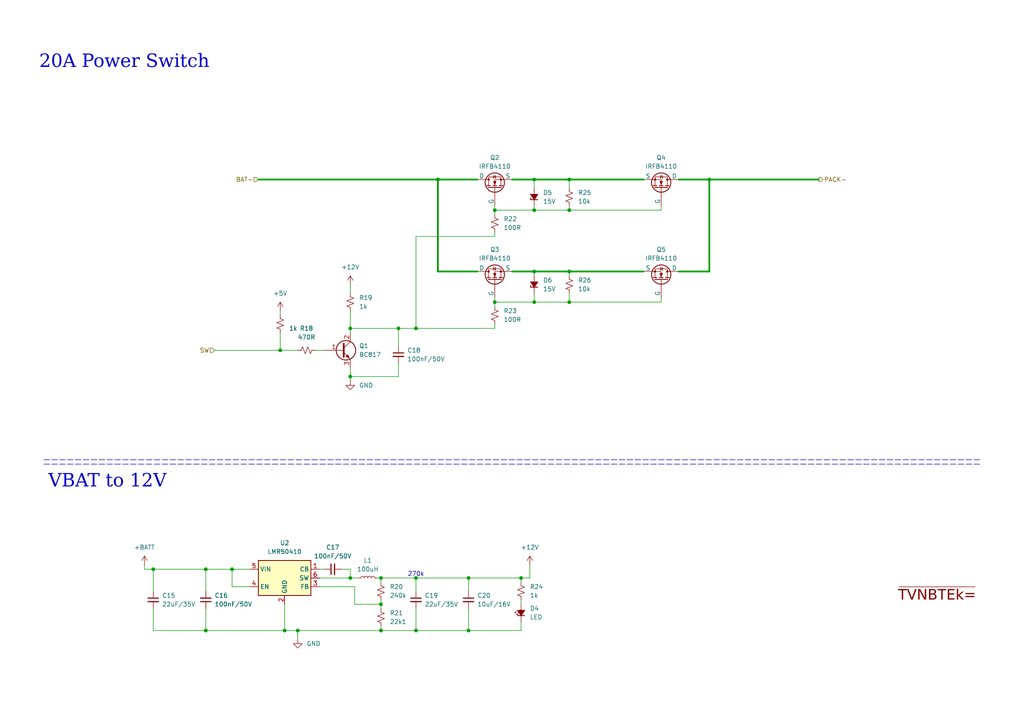
<source format=kicad_sch>
(kicad_sch
	(version 20250114)
	(generator "eeschema")
	(generator_version "9.0")
	(uuid "a2c14d65-5deb-4986-ac61-96bb0d533fc9")
	(paper "A4")
	(title_block
		(title "Raven-I Sentinel")
		(date "2024-11-23")
		(company "M S Ali")
	)
	(lib_symbols
		(symbol "BQ76925_ATMEGA328P_6S_20A_BMS:+12V"
			(power)
			(pin_numbers
				(hide yes)
			)
			(pin_names
				(offset 0)
				(hide yes)
			)
			(exclude_from_sim no)
			(in_bom yes)
			(on_board yes)
			(property "Reference" "#PWR"
				(at 0 -3.81 0)
				(effects
					(font
						(size 1.27 1.27)
					)
					(hide yes)
				)
			)
			(property "Value" "+12V"
				(at 0 3.556 0)
				(effects
					(font
						(size 1.27 1.27)
					)
				)
			)
			(property "Footprint" ""
				(at 0 0 0)
				(effects
					(font
						(size 1.27 1.27)
					)
					(hide yes)
				)
			)
			(property "Datasheet" ""
				(at 0 0 0)
				(effects
					(font
						(size 1.27 1.27)
					)
					(hide yes)
				)
			)
			(property "Description" "Power symbol creates a global label with name \"+12V\""
				(at 0 0 0)
				(effects
					(font
						(size 1.27 1.27)
					)
					(hide yes)
				)
			)
			(property "ki_keywords" "global power"
				(at 0 0 0)
				(effects
					(font
						(size 1.27 1.27)
					)
					(hide yes)
				)
			)
			(symbol "+12V_0_1"
				(polyline
					(pts
						(xy -0.762 1.27) (xy 0 2.54)
					)
					(stroke
						(width 0)
						(type default)
					)
					(fill
						(type none)
					)
				)
				(polyline
					(pts
						(xy 0 2.54) (xy 0.762 1.27)
					)
					(stroke
						(width 0)
						(type default)
					)
					(fill
						(type none)
					)
				)
				(polyline
					(pts
						(xy 0 0) (xy 0 2.54)
					)
					(stroke
						(width 0)
						(type default)
					)
					(fill
						(type none)
					)
				)
			)
			(symbol "+12V_1_1"
				(pin power_in line
					(at 0 0 90)
					(length 0)
					(name "~"
						(effects
							(font
								(size 1.27 1.27)
							)
						)
					)
					(number "1"
						(effects
							(font
								(size 1.27 1.27)
							)
						)
					)
				)
			)
			(embedded_fonts no)
		)
		(symbol "BQ76925_ATMEGA328P_6S_20A_BMS:+5V"
			(power)
			(pin_numbers
				(hide yes)
			)
			(pin_names
				(offset 0)
				(hide yes)
			)
			(exclude_from_sim no)
			(in_bom yes)
			(on_board yes)
			(property "Reference" "#PWR"
				(at 0 -3.81 0)
				(effects
					(font
						(size 1.27 1.27)
					)
					(hide yes)
				)
			)
			(property "Value" "+5V"
				(at 0 3.556 0)
				(effects
					(font
						(size 1.27 1.27)
					)
				)
			)
			(property "Footprint" ""
				(at 0 0 0)
				(effects
					(font
						(size 1.27 1.27)
					)
					(hide yes)
				)
			)
			(property "Datasheet" ""
				(at 0 0 0)
				(effects
					(font
						(size 1.27 1.27)
					)
					(hide yes)
				)
			)
			(property "Description" "Power symbol creates a global label with name \"+5V\""
				(at 0 0 0)
				(effects
					(font
						(size 1.27 1.27)
					)
					(hide yes)
				)
			)
			(property "ki_keywords" "global power"
				(at 0 0 0)
				(effects
					(font
						(size 1.27 1.27)
					)
					(hide yes)
				)
			)
			(symbol "+5V_0_1"
				(polyline
					(pts
						(xy -0.762 1.27) (xy 0 2.54)
					)
					(stroke
						(width 0)
						(type default)
					)
					(fill
						(type none)
					)
				)
				(polyline
					(pts
						(xy 0 2.54) (xy 0.762 1.27)
					)
					(stroke
						(width 0)
						(type default)
					)
					(fill
						(type none)
					)
				)
				(polyline
					(pts
						(xy 0 0) (xy 0 2.54)
					)
					(stroke
						(width 0)
						(type default)
					)
					(fill
						(type none)
					)
				)
			)
			(symbol "+5V_1_1"
				(pin power_in line
					(at 0 0 90)
					(length 0)
					(name "~"
						(effects
							(font
								(size 1.27 1.27)
							)
						)
					)
					(number "1"
						(effects
							(font
								(size 1.27 1.27)
							)
						)
					)
				)
			)
			(embedded_fonts no)
		)
		(symbol "BQ76925_ATMEGA328P_6S_20A_BMS:+BATT"
			(power)
			(pin_numbers
				(hide yes)
			)
			(pin_names
				(offset 0)
				(hide yes)
			)
			(exclude_from_sim no)
			(in_bom yes)
			(on_board yes)
			(property "Reference" "#PWR"
				(at 0 -3.81 0)
				(effects
					(font
						(size 1.27 1.27)
					)
					(hide yes)
				)
			)
			(property "Value" "+BATT"
				(at 0 3.556 0)
				(effects
					(font
						(size 1.27 1.27)
					)
				)
			)
			(property "Footprint" ""
				(at 0 0 0)
				(effects
					(font
						(size 1.27 1.27)
					)
					(hide yes)
				)
			)
			(property "Datasheet" ""
				(at 0 0 0)
				(effects
					(font
						(size 1.27 1.27)
					)
					(hide yes)
				)
			)
			(property "Description" "Power symbol creates a global label with name \"+BATT\""
				(at 0 0 0)
				(effects
					(font
						(size 1.27 1.27)
					)
					(hide yes)
				)
			)
			(property "ki_keywords" "global power battery"
				(at 0 0 0)
				(effects
					(font
						(size 1.27 1.27)
					)
					(hide yes)
				)
			)
			(symbol "+BATT_0_1"
				(polyline
					(pts
						(xy -0.762 1.27) (xy 0 2.54)
					)
					(stroke
						(width 0)
						(type default)
					)
					(fill
						(type none)
					)
				)
				(polyline
					(pts
						(xy 0 2.54) (xy 0.762 1.27)
					)
					(stroke
						(width 0)
						(type default)
					)
					(fill
						(type none)
					)
				)
				(polyline
					(pts
						(xy 0 0) (xy 0 2.54)
					)
					(stroke
						(width 0)
						(type default)
					)
					(fill
						(type none)
					)
				)
			)
			(symbol "+BATT_1_1"
				(pin power_in line
					(at 0 0 90)
					(length 0)
					(name "~"
						(effects
							(font
								(size 1.27 1.27)
							)
						)
					)
					(number "1"
						(effects
							(font
								(size 1.27 1.27)
							)
						)
					)
				)
			)
			(embedded_fonts no)
		)
		(symbol "BQ76925_ATMEGA328P_6S_20A_BMS:C_Small"
			(pin_numbers
				(hide yes)
			)
			(pin_names
				(offset 0.254)
				(hide yes)
			)
			(exclude_from_sim no)
			(in_bom yes)
			(on_board yes)
			(property "Reference" "C"
				(at 0.254 1.778 0)
				(effects
					(font
						(size 1.27 1.27)
					)
					(justify left)
				)
			)
			(property "Value" "C_Small"
				(at 0.254 -2.032 0)
				(effects
					(font
						(size 1.27 1.27)
					)
					(justify left)
				)
			)
			(property "Footprint" ""
				(at 0 0 0)
				(effects
					(font
						(size 1.27 1.27)
					)
					(hide yes)
				)
			)
			(property "Datasheet" "~"
				(at 0 0 0)
				(effects
					(font
						(size 1.27 1.27)
					)
					(hide yes)
				)
			)
			(property "Description" "Unpolarized capacitor, small symbol"
				(at 0 0 0)
				(effects
					(font
						(size 1.27 1.27)
					)
					(hide yes)
				)
			)
			(property "ki_keywords" "capacitor cap"
				(at 0 0 0)
				(effects
					(font
						(size 1.27 1.27)
					)
					(hide yes)
				)
			)
			(property "ki_fp_filters" "C_*"
				(at 0 0 0)
				(effects
					(font
						(size 1.27 1.27)
					)
					(hide yes)
				)
			)
			(symbol "C_Small_0_1"
				(polyline
					(pts
						(xy -1.524 0.508) (xy 1.524 0.508)
					)
					(stroke
						(width 0.3048)
						(type default)
					)
					(fill
						(type none)
					)
				)
				(polyline
					(pts
						(xy -1.524 -0.508) (xy 1.524 -0.508)
					)
					(stroke
						(width 0.3302)
						(type default)
					)
					(fill
						(type none)
					)
				)
			)
			(symbol "C_Small_1_1"
				(pin passive line
					(at 0 2.54 270)
					(length 2.032)
					(name "~"
						(effects
							(font
								(size 1.27 1.27)
							)
						)
					)
					(number "1"
						(effects
							(font
								(size 1.27 1.27)
							)
						)
					)
				)
				(pin passive line
					(at 0 -2.54 90)
					(length 2.032)
					(name "~"
						(effects
							(font
								(size 1.27 1.27)
							)
						)
					)
					(number "2"
						(effects
							(font
								(size 1.27 1.27)
							)
						)
					)
				)
			)
			(embedded_fonts no)
		)
		(symbol "BQ76925_ATMEGA328P_6S_20A_BMS:D_Zener_Small_Filled"
			(pin_numbers
				(hide yes)
			)
			(pin_names
				(offset 0.254)
				(hide yes)
			)
			(exclude_from_sim no)
			(in_bom yes)
			(on_board yes)
			(property "Reference" "D"
				(at 0 2.286 0)
				(effects
					(font
						(size 1.27 1.27)
					)
				)
			)
			(property "Value" "D_Zener_Small_Filled"
				(at 0 -2.286 0)
				(effects
					(font
						(size 1.27 1.27)
					)
				)
			)
			(property "Footprint" ""
				(at 0 0 90)
				(effects
					(font
						(size 1.27 1.27)
					)
					(hide yes)
				)
			)
			(property "Datasheet" "~"
				(at 0 0 90)
				(effects
					(font
						(size 1.27 1.27)
					)
					(hide yes)
				)
			)
			(property "Description" "Zener diode, small symbol, filled shape"
				(at 0 0 0)
				(effects
					(font
						(size 1.27 1.27)
					)
					(hide yes)
				)
			)
			(property "ki_keywords" "diode"
				(at 0 0 0)
				(effects
					(font
						(size 1.27 1.27)
					)
					(hide yes)
				)
			)
			(property "ki_fp_filters" "TO-???* *_Diode_* *SingleDiode* D_*"
				(at 0 0 0)
				(effects
					(font
						(size 1.27 1.27)
					)
					(hide yes)
				)
			)
			(symbol "D_Zener_Small_Filled_0_1"
				(polyline
					(pts
						(xy -0.254 1.016) (xy -0.762 1.016) (xy -0.762 -1.016)
					)
					(stroke
						(width 0.254)
						(type default)
					)
					(fill
						(type none)
					)
				)
				(polyline
					(pts
						(xy 0.762 1.016) (xy -0.762 0) (xy 0.762 -1.016) (xy 0.762 1.016)
					)
					(stroke
						(width 0.254)
						(type default)
					)
					(fill
						(type outline)
					)
				)
				(polyline
					(pts
						(xy 0.762 0) (xy -0.762 0)
					)
					(stroke
						(width 0)
						(type default)
					)
					(fill
						(type none)
					)
				)
			)
			(symbol "D_Zener_Small_Filled_1_1"
				(pin passive line
					(at -2.54 0 0)
					(length 1.778)
					(name "K"
						(effects
							(font
								(size 1.27 1.27)
							)
						)
					)
					(number "1"
						(effects
							(font
								(size 1.27 1.27)
							)
						)
					)
				)
				(pin passive line
					(at 2.54 0 180)
					(length 1.778)
					(name "A"
						(effects
							(font
								(size 1.27 1.27)
							)
						)
					)
					(number "2"
						(effects
							(font
								(size 1.27 1.27)
							)
						)
					)
				)
			)
			(embedded_fonts no)
		)
		(symbol "BQ76925_ATMEGA328P_6S_20A_BMS:GND"
			(power)
			(pin_numbers
				(hide yes)
			)
			(pin_names
				(offset 0)
				(hide yes)
			)
			(exclude_from_sim no)
			(in_bom yes)
			(on_board yes)
			(property "Reference" "#PWR"
				(at 0 -6.35 0)
				(effects
					(font
						(size 1.27 1.27)
					)
					(hide yes)
				)
			)
			(property "Value" "GND"
				(at 0 -3.81 0)
				(effects
					(font
						(size 1.27 1.27)
					)
				)
			)
			(property "Footprint" ""
				(at 0 0 0)
				(effects
					(font
						(size 1.27 1.27)
					)
					(hide yes)
				)
			)
			(property "Datasheet" ""
				(at 0 0 0)
				(effects
					(font
						(size 1.27 1.27)
					)
					(hide yes)
				)
			)
			(property "Description" "Power symbol creates a global label with name \"GND\" , ground"
				(at 0 0 0)
				(effects
					(font
						(size 1.27 1.27)
					)
					(hide yes)
				)
			)
			(property "ki_keywords" "global power"
				(at 0 0 0)
				(effects
					(font
						(size 1.27 1.27)
					)
					(hide yes)
				)
			)
			(symbol "GND_0_1"
				(polyline
					(pts
						(xy 0 0) (xy 0 -1.27) (xy 1.27 -1.27) (xy 0 -2.54) (xy -1.27 -1.27) (xy 0 -1.27)
					)
					(stroke
						(width 0)
						(type default)
					)
					(fill
						(type none)
					)
				)
			)
			(symbol "GND_1_1"
				(pin power_in line
					(at 0 0 270)
					(length 0)
					(name "~"
						(effects
							(font
								(size 1.27 1.27)
							)
						)
					)
					(number "1"
						(effects
							(font
								(size 1.27 1.27)
							)
						)
					)
				)
			)
			(embedded_fonts no)
		)
		(symbol "BQ76925_ATMEGA328P_6S_20A_BMS:LED_Small_Filled"
			(pin_numbers
				(hide yes)
			)
			(pin_names
				(offset 0.254)
				(hide yes)
			)
			(exclude_from_sim no)
			(in_bom yes)
			(on_board yes)
			(property "Reference" "D"
				(at -1.27 3.175 0)
				(effects
					(font
						(size 1.27 1.27)
					)
					(justify left)
				)
			)
			(property "Value" "LED_Small_Filled"
				(at -4.445 -2.54 0)
				(effects
					(font
						(size 1.27 1.27)
					)
					(justify left)
				)
			)
			(property "Footprint" ""
				(at 0 0 90)
				(effects
					(font
						(size 1.27 1.27)
					)
					(hide yes)
				)
			)
			(property "Datasheet" "~"
				(at 0 0 90)
				(effects
					(font
						(size 1.27 1.27)
					)
					(hide yes)
				)
			)
			(property "Description" "Light emitting diode, small symbol, filled shape"
				(at 0 0 0)
				(effects
					(font
						(size 1.27 1.27)
					)
					(hide yes)
				)
			)
			(property "ki_keywords" "LED diode light-emitting-diode"
				(at 0 0 0)
				(effects
					(font
						(size 1.27 1.27)
					)
					(hide yes)
				)
			)
			(property "ki_fp_filters" "LED* LED_SMD:* LED_THT:*"
				(at 0 0 0)
				(effects
					(font
						(size 1.27 1.27)
					)
					(hide yes)
				)
			)
			(symbol "LED_Small_Filled_0_1"
				(polyline
					(pts
						(xy -0.762 -1.016) (xy -0.762 1.016)
					)
					(stroke
						(width 0.254)
						(type default)
					)
					(fill
						(type none)
					)
				)
				(polyline
					(pts
						(xy 0 0.762) (xy -0.508 1.27) (xy -0.254 1.27) (xy -0.508 1.27) (xy -0.508 1.016)
					)
					(stroke
						(width 0)
						(type default)
					)
					(fill
						(type none)
					)
				)
				(polyline
					(pts
						(xy 0.508 1.27) (xy 0 1.778) (xy 0.254 1.778) (xy 0 1.778) (xy 0 1.524)
					)
					(stroke
						(width 0)
						(type default)
					)
					(fill
						(type none)
					)
				)
				(polyline
					(pts
						(xy 0.762 -1.016) (xy -0.762 0) (xy 0.762 1.016) (xy 0.762 -1.016)
					)
					(stroke
						(width 0.254)
						(type default)
					)
					(fill
						(type outline)
					)
				)
				(polyline
					(pts
						(xy 1.016 0) (xy -0.762 0)
					)
					(stroke
						(width 0)
						(type default)
					)
					(fill
						(type none)
					)
				)
			)
			(symbol "LED_Small_Filled_1_1"
				(pin passive line
					(at -2.54 0 0)
					(length 1.778)
					(name "K"
						(effects
							(font
								(size 1.27 1.27)
							)
						)
					)
					(number "1"
						(effects
							(font
								(size 1.27 1.27)
							)
						)
					)
				)
				(pin passive line
					(at 2.54 0 180)
					(length 1.778)
					(name "A"
						(effects
							(font
								(size 1.27 1.27)
							)
						)
					)
					(number "2"
						(effects
							(font
								(size 1.27 1.27)
							)
						)
					)
				)
			)
			(embedded_fonts no)
		)
		(symbol "BQ76925_ATMEGA328P_6S_20A_BMS:LMR50410"
			(exclude_from_sim no)
			(in_bom yes)
			(on_board yes)
			(property "Reference" "U4"
				(at 0 10.16 0)
				(effects
					(font
						(size 1.27 1.27)
					)
				)
			)
			(property "Value" "LMR50410"
				(at 0 7.62 0)
				(effects
					(font
						(size 1.27 1.27)
					)
				)
			)
			(property "Footprint" "Package_TO_SOT_SMD:SOT-23-6"
				(at 1.27 -8.89 0)
				(effects
					(font
						(size 1.27 1.27)
					)
					(justify left)
					(hide yes)
				)
			)
			(property "Datasheet" "https://www.ti.com/lit/ds/symlink/lmr50410.pdf"
				(at 1.27 -11.43 0)
				(effects
					(font
						(size 1.27 1.27)
					)
					(justify left)
					(hide yes)
				)
			)
			(property "Description" "4V to 36V, 1A synchronous buck converter with 700kHz, SOT-23-6"
				(at 0 0 0)
				(effects
					(font
						(size 1.27 1.27)
					)
					(hide yes)
				)
			)
			(property "ki_keywords" "switching buck converter power-supply voltage regulator"
				(at 0 0 0)
				(effects
					(font
						(size 1.27 1.27)
					)
					(hide yes)
				)
			)
			(property "ki_fp_filters" "SOT?23*"
				(at 0 0 0)
				(effects
					(font
						(size 1.27 1.27)
					)
					(hide yes)
				)
			)
			(symbol "LMR50410_0_1"
				(rectangle
					(start -7.62 5.08)
					(end 7.62 -5.08)
					(stroke
						(width 0.254)
						(type default)
					)
					(fill
						(type background)
					)
				)
			)
			(symbol "LMR50410_1_1"
				(pin power_in line
					(at -10.16 2.54 0)
					(length 2.54)
					(name "VIN"
						(effects
							(font
								(size 1.27 1.27)
							)
						)
					)
					(number "5"
						(effects
							(font
								(size 1.27 1.27)
							)
						)
					)
				)
				(pin input line
					(at -10.16 -2.54 0)
					(length 2.54)
					(name "EN"
						(effects
							(font
								(size 1.27 1.27)
							)
						)
					)
					(number "4"
						(effects
							(font
								(size 1.27 1.27)
							)
						)
					)
				)
				(pin power_in line
					(at 0 -7.62 90)
					(length 2.54)
					(name "GND"
						(effects
							(font
								(size 1.27 1.27)
							)
						)
					)
					(number "2"
						(effects
							(font
								(size 1.27 1.27)
							)
						)
					)
				)
				(pin passive line
					(at 10.16 2.54 180)
					(length 2.54)
					(name "CB"
						(effects
							(font
								(size 1.27 1.27)
							)
						)
					)
					(number "1"
						(effects
							(font
								(size 1.27 1.27)
							)
						)
					)
				)
				(pin power_out line
					(at 10.16 0 180)
					(length 2.54)
					(name "SW"
						(effects
							(font
								(size 1.27 1.27)
							)
						)
					)
					(number "6"
						(effects
							(font
								(size 1.27 1.27)
							)
						)
					)
				)
				(pin input line
					(at 10.16 -2.54 180)
					(length 2.54)
					(name "FB"
						(effects
							(font
								(size 1.27 1.27)
							)
						)
					)
					(number "3"
						(effects
							(font
								(size 1.27 1.27)
							)
						)
					)
				)
			)
			(embedded_fonts no)
		)
		(symbol "BQ76925_ATMEGA328P_6S_20A_BMS:L_Small"
			(pin_numbers
				(hide yes)
			)
			(pin_names
				(offset 0.254)
				(hide yes)
			)
			(exclude_from_sim no)
			(in_bom yes)
			(on_board yes)
			(property "Reference" "L"
				(at 0.762 1.016 0)
				(effects
					(font
						(size 1.27 1.27)
					)
					(justify left)
				)
			)
			(property "Value" "L_Small"
				(at 0.762 -1.016 0)
				(effects
					(font
						(size 1.27 1.27)
					)
					(justify left)
				)
			)
			(property "Footprint" ""
				(at 0 0 0)
				(effects
					(font
						(size 1.27 1.27)
					)
					(hide yes)
				)
			)
			(property "Datasheet" "~"
				(at 0 0 0)
				(effects
					(font
						(size 1.27 1.27)
					)
					(hide yes)
				)
			)
			(property "Description" "Inductor, small symbol"
				(at 0 0 0)
				(effects
					(font
						(size 1.27 1.27)
					)
					(hide yes)
				)
			)
			(property "ki_keywords" "inductor choke coil reactor magnetic"
				(at 0 0 0)
				(effects
					(font
						(size 1.27 1.27)
					)
					(hide yes)
				)
			)
			(property "ki_fp_filters" "Choke_* *Coil* Inductor_* L_*"
				(at 0 0 0)
				(effects
					(font
						(size 1.27 1.27)
					)
					(hide yes)
				)
			)
			(symbol "L_Small_0_1"
				(arc
					(start 0 2.032)
					(mid 0.5058 1.524)
					(end 0 1.016)
					(stroke
						(width 0)
						(type default)
					)
					(fill
						(type none)
					)
				)
				(arc
					(start 0 1.016)
					(mid 0.5058 0.508)
					(end 0 0)
					(stroke
						(width 0)
						(type default)
					)
					(fill
						(type none)
					)
				)
				(arc
					(start 0 0)
					(mid 0.5058 -0.508)
					(end 0 -1.016)
					(stroke
						(width 0)
						(type default)
					)
					(fill
						(type none)
					)
				)
				(arc
					(start 0 -1.016)
					(mid 0.5058 -1.524)
					(end 0 -2.032)
					(stroke
						(width 0)
						(type default)
					)
					(fill
						(type none)
					)
				)
			)
			(symbol "L_Small_1_1"
				(pin passive line
					(at 0 2.54 270)
					(length 0.508)
					(name "~"
						(effects
							(font
								(size 1.27 1.27)
							)
						)
					)
					(number "1"
						(effects
							(font
								(size 1.27 1.27)
							)
						)
					)
				)
				(pin passive line
					(at 0 -2.54 90)
					(length 0.508)
					(name "~"
						(effects
							(font
								(size 1.27 1.27)
							)
						)
					)
					(number "2"
						(effects
							(font
								(size 1.27 1.27)
							)
						)
					)
				)
			)
			(embedded_fonts no)
		)
		(symbol "BQ76925_ATMEGA328P_6S_20A_BMS:NMOS"
			(pin_numbers
				(hide yes)
			)
			(pin_names
				(offset 0)
			)
			(exclude_from_sim no)
			(in_bom yes)
			(on_board yes)
			(property "Reference" "Q?"
				(at 6.35 1.2701 0)
				(effects
					(font
						(size 1.27 1.27)
					)
					(justify left)
				)
			)
			(property "Value" ""
				(at 6.35 -1.2699 0)
				(effects
					(font
						(size 1.27 1.27)
					)
					(justify left)
				)
			)
			(property "Footprint" ""
				(at 4.064 8.636 0)
				(effects
					(font
						(size 1.27 1.27)
					)
					(hide yes)
				)
			)
			(property "Datasheet" "~"
				(at 0 -12.7 0)
				(effects
					(font
						(size 1.27 1.27)
					)
					(hide yes)
				)
			)
			(property "Description" ""
				(at 0.254 0 0)
				(effects
					(font
						(size 1.27 1.27)
					)
					(hide yes)
				)
			)
			(property "ki_keywords" "transistor NMOS N-MOS N-MOSFET "
				(at 0 0 0)
				(effects
					(font
						(size 1.27 1.27)
					)
					(hide yes)
				)
			)
			(symbol "NMOS_0_1"
				(polyline
					(pts
						(xy 0.254 1.905) (xy 0.254 -1.905)
					)
					(stroke
						(width 0.254)
						(type default)
					)
					(fill
						(type none)
					)
				)
				(polyline
					(pts
						(xy 0.254 0) (xy -2.54 0)
					)
					(stroke
						(width 0)
						(type default)
					)
					(fill
						(type none)
					)
				)
				(polyline
					(pts
						(xy 0.762 2.286) (xy 0.762 1.27)
					)
					(stroke
						(width 0.254)
						(type default)
					)
					(fill
						(type none)
					)
				)
				(polyline
					(pts
						(xy 0.762 0.508) (xy 0.762 -0.508)
					)
					(stroke
						(width 0.254)
						(type default)
					)
					(fill
						(type none)
					)
				)
				(polyline
					(pts
						(xy 0.762 -1.27) (xy 0.762 -2.286)
					)
					(stroke
						(width 0.254)
						(type default)
					)
					(fill
						(type none)
					)
				)
				(polyline
					(pts
						(xy 0.762 -1.778) (xy 3.302 -1.778) (xy 3.302 1.778) (xy 0.762 1.778)
					)
					(stroke
						(width 0)
						(type default)
					)
					(fill
						(type none)
					)
				)
				(polyline
					(pts
						(xy 1.016 0) (xy 2.032 0.381) (xy 2.032 -0.381) (xy 1.016 0)
					)
					(stroke
						(width 0)
						(type default)
					)
					(fill
						(type outline)
					)
				)
				(circle
					(center 1.651 0)
					(radius 2.794)
					(stroke
						(width 0.254)
						(type default)
					)
					(fill
						(type none)
					)
				)
				(polyline
					(pts
						(xy 2.54 2.54) (xy 2.54 1.778)
					)
					(stroke
						(width 0)
						(type default)
					)
					(fill
						(type none)
					)
				)
				(circle
					(center 2.54 1.778)
					(radius 0.254)
					(stroke
						(width 0)
						(type default)
					)
					(fill
						(type outline)
					)
				)
				(circle
					(center 2.54 -1.778)
					(radius 0.254)
					(stroke
						(width 0)
						(type default)
					)
					(fill
						(type outline)
					)
				)
				(polyline
					(pts
						(xy 2.54 -2.54) (xy 2.54 0) (xy 0.762 0)
					)
					(stroke
						(width 0)
						(type default)
					)
					(fill
						(type none)
					)
				)
				(polyline
					(pts
						(xy 2.794 0.508) (xy 2.921 0.381) (xy 3.683 0.381) (xy 3.81 0.254)
					)
					(stroke
						(width 0)
						(type default)
					)
					(fill
						(type none)
					)
				)
				(polyline
					(pts
						(xy 3.302 0.381) (xy 2.921 -0.254) (xy 3.683 -0.254) (xy 3.302 0.381)
					)
					(stroke
						(width 0)
						(type default)
					)
					(fill
						(type none)
					)
				)
			)
			(symbol "NMOS_1_1"
				(pin input line
					(at -5.08 0 0)
					(length 2.54)
					(name "G"
						(effects
							(font
								(size 1.27 1.27)
							)
						)
					)
					(number "1"
						(effects
							(font
								(size 1.27 1.27)
							)
						)
					)
				)
				(pin passive line
					(at 2.54 5.08 270)
					(length 2.54)
					(name "D"
						(effects
							(font
								(size 1.27 1.27)
							)
						)
					)
					(number "2"
						(effects
							(font
								(size 1.27 1.27)
							)
						)
					)
				)
				(pin passive line
					(at 2.54 -5.08 90)
					(length 2.54)
					(name "S"
						(effects
							(font
								(size 1.27 1.27)
							)
						)
					)
					(number "3"
						(effects
							(font
								(size 1.27 1.27)
							)
						)
					)
				)
			)
			(embedded_fonts no)
		)
		(symbol "BQ76925_ATMEGA328P_6S_20A_BMS:Q_NPN_BCE"
			(pin_names
				(offset 0)
				(hide yes)
			)
			(exclude_from_sim no)
			(in_bom yes)
			(on_board yes)
			(property "Reference" "Q"
				(at 5.08 1.27 0)
				(effects
					(font
						(size 1.27 1.27)
					)
					(justify left)
				)
			)
			(property "Value" "Q_NPN_BCE"
				(at 5.08 -1.27 0)
				(effects
					(font
						(size 1.27 1.27)
					)
					(justify left)
				)
			)
			(property "Footprint" ""
				(at 5.08 2.54 0)
				(effects
					(font
						(size 1.27 1.27)
					)
					(hide yes)
				)
			)
			(property "Datasheet" "~"
				(at 0 0 0)
				(effects
					(font
						(size 1.27 1.27)
					)
					(hide yes)
				)
			)
			(property "Description" "NPN transistor, base/collector/emitter"
				(at 0 0 0)
				(effects
					(font
						(size 1.27 1.27)
					)
					(hide yes)
				)
			)
			(property "ki_keywords" "transistor NPN"
				(at 0 0 0)
				(effects
					(font
						(size 1.27 1.27)
					)
					(hide yes)
				)
			)
			(symbol "Q_NPN_BCE_0_1"
				(polyline
					(pts
						(xy 0.635 1.905) (xy 0.635 -1.905) (xy 0.635 -1.905)
					)
					(stroke
						(width 0.508)
						(type default)
					)
					(fill
						(type none)
					)
				)
				(polyline
					(pts
						(xy 0.635 0.635) (xy 2.54 2.54)
					)
					(stroke
						(width 0)
						(type default)
					)
					(fill
						(type none)
					)
				)
				(polyline
					(pts
						(xy 0.635 -0.635) (xy 2.54 -2.54) (xy 2.54 -2.54)
					)
					(stroke
						(width 0)
						(type default)
					)
					(fill
						(type none)
					)
				)
				(circle
					(center 1.27 0)
					(radius 2.8194)
					(stroke
						(width 0.254)
						(type default)
					)
					(fill
						(type none)
					)
				)
				(polyline
					(pts
						(xy 1.27 -1.778) (xy 1.778 -1.27) (xy 2.286 -2.286) (xy 1.27 -1.778) (xy 1.27 -1.778)
					)
					(stroke
						(width 0)
						(type default)
					)
					(fill
						(type outline)
					)
				)
			)
			(symbol "Q_NPN_BCE_1_1"
				(pin input line
					(at -5.08 0 0)
					(length 5.715)
					(name "B"
						(effects
							(font
								(size 1.27 1.27)
							)
						)
					)
					(number "1"
						(effects
							(font
								(size 1.27 1.27)
							)
						)
					)
				)
				(pin passive line
					(at 2.54 5.08 270)
					(length 2.54)
					(name "C"
						(effects
							(font
								(size 1.27 1.27)
							)
						)
					)
					(number "2"
						(effects
							(font
								(size 1.27 1.27)
							)
						)
					)
				)
				(pin passive line
					(at 2.54 -5.08 90)
					(length 2.54)
					(name "E"
						(effects
							(font
								(size 1.27 1.27)
							)
						)
					)
					(number "3"
						(effects
							(font
								(size 1.27 1.27)
							)
						)
					)
				)
			)
			(embedded_fonts no)
		)
		(symbol "BQ76925_ATMEGA328P_6S_20A_BMS:R_Small_US"
			(pin_numbers
				(hide yes)
			)
			(pin_names
				(offset 0.254)
				(hide yes)
			)
			(exclude_from_sim no)
			(in_bom yes)
			(on_board yes)
			(property "Reference" "R"
				(at 0.762 0.508 0)
				(effects
					(font
						(size 1.27 1.27)
					)
					(justify left)
				)
			)
			(property "Value" "R_Small_US"
				(at 0.762 -1.016 0)
				(effects
					(font
						(size 1.27 1.27)
					)
					(justify left)
				)
			)
			(property "Footprint" ""
				(at 0 0 0)
				(effects
					(font
						(size 1.27 1.27)
					)
					(hide yes)
				)
			)
			(property "Datasheet" "~"
				(at 0 0 0)
				(effects
					(font
						(size 1.27 1.27)
					)
					(hide yes)
				)
			)
			(property "Description" "Resistor, small US symbol"
				(at 0 0 0)
				(effects
					(font
						(size 1.27 1.27)
					)
					(hide yes)
				)
			)
			(property "ki_keywords" "r resistor"
				(at 0 0 0)
				(effects
					(font
						(size 1.27 1.27)
					)
					(hide yes)
				)
			)
			(property "ki_fp_filters" "R_*"
				(at 0 0 0)
				(effects
					(font
						(size 1.27 1.27)
					)
					(hide yes)
				)
			)
			(symbol "R_Small_US_1_1"
				(polyline
					(pts
						(xy 0 1.524) (xy 1.016 1.143) (xy 0 0.762) (xy -1.016 0.381) (xy 0 0)
					)
					(stroke
						(width 0)
						(type default)
					)
					(fill
						(type none)
					)
				)
				(polyline
					(pts
						(xy 0 0) (xy 1.016 -0.381) (xy 0 -0.762) (xy -1.016 -1.143) (xy 0 -1.524)
					)
					(stroke
						(width 0)
						(type default)
					)
					(fill
						(type none)
					)
				)
				(pin passive line
					(at 0 2.54 270)
					(length 1.016)
					(name "~"
						(effects
							(font
								(size 1.27 1.27)
							)
						)
					)
					(number "1"
						(effects
							(font
								(size 1.27 1.27)
							)
						)
					)
				)
				(pin passive line
					(at 0 -2.54 90)
					(length 1.016)
					(name "~"
						(effects
							(font
								(size 1.27 1.27)
							)
						)
					)
					(number "2"
						(effects
							(font
								(size 1.27 1.27)
							)
						)
					)
				)
			)
			(embedded_fonts no)
		)
	)
	(text "270k"
		(exclude_from_sim no)
		(at 120.65 166.624 0)
		(effects
			(font
				(size 1.27 1.27)
			)
		)
		(uuid "7cd78435-f141-4a16-a605-3f7f71f2f968")
	)
	(text "~{TVNBTEk=}"
		(exclude_from_sim no)
		(at 271.78 173.99 0)
		(effects
			(font
				(face "Symbol")
				(size 3 3)
				(color 132 0 0 1)
			)
		)
		(uuid "a6b21101-9635-46d1-8f7d-c3f81141356d")
	)
	(text "VBAT to 12V "
		(exclude_from_sim no)
		(at 32.004 140.716 0)
		(effects
			(font
				(face "Times New Roman")
				(size 3.81 3.81)
			)
		)
		(uuid "b9584266-9483-4695-896a-54d773780227")
	)
	(text "20A Power Switch"
		(exclude_from_sim no)
		(at 36.068 19.05 0)
		(effects
			(font
				(face "Times New Roman")
				(size 3.81 3.81)
			)
		)
		(uuid "f4e0ab5f-e79d-496b-b60a-1cf9e13bd9d7")
	)
	(junction
		(at 101.6 95.25)
		(diameter 0)
		(color 0 0 0 0)
		(uuid "0032ba01-22d9-4f9b-acfc-265caa802931")
	)
	(junction
		(at 120.65 167.64)
		(diameter 0)
		(color 0 0 0 0)
		(uuid "073b5301-867d-4c3c-95e3-29f619c221c1")
	)
	(junction
		(at 165.1 87.63)
		(diameter 0)
		(color 0 0 0 0)
		(uuid "0ae31331-ea2c-4a75-8c26-fe88d2e92291")
	)
	(junction
		(at 59.69 165.1)
		(diameter 0)
		(color 0 0 0 0)
		(uuid "0e864d16-da1c-4ddf-81e8-6e52df9a630b")
	)
	(junction
		(at 101.6 167.64)
		(diameter 0)
		(color 0 0 0 0)
		(uuid "11b8cdea-8a96-425e-bd46-4e08ce121cce")
	)
	(junction
		(at 143.51 87.63)
		(diameter 0)
		(color 0 0 0 0)
		(uuid "47383005-cbea-4711-8ee4-189f6b7eb8da")
	)
	(junction
		(at 82.55 182.88)
		(diameter 0)
		(color 0 0 0 0)
		(uuid "53ce37ea-35d2-4491-8c9f-1f2127b0d4eb")
	)
	(junction
		(at 120.65 95.25)
		(diameter 0)
		(color 0 0 0 0)
		(uuid "556310c5-3e50-40a3-a395-41b71b8728d4")
	)
	(junction
		(at 205.74 52.07)
		(diameter 0)
		(color 0 0 0 0)
		(uuid "60c8408c-4b7e-4c1b-97fe-5860a70b8330")
	)
	(junction
		(at 81.28 101.6)
		(diameter 0)
		(color 0 0 0 0)
		(uuid "61baced4-94ac-4b71-86aa-0ea69ad2fe8c")
	)
	(junction
		(at 127 52.07)
		(diameter 0)
		(color 0 0 0 0)
		(uuid "68de6cd8-0a83-4700-a84e-efea9c5b293f")
	)
	(junction
		(at 154.94 87.63)
		(diameter 0)
		(color 0 0 0 0)
		(uuid "78870b49-3dd5-465c-a487-6d54fbde4a32")
	)
	(junction
		(at 110.49 182.88)
		(diameter 0)
		(color 0 0 0 0)
		(uuid "7903a6c8-f9df-4b73-8e15-25ed0cac4467")
	)
	(junction
		(at 115.57 95.25)
		(diameter 0)
		(color 0 0 0 0)
		(uuid "80eabfc3-f12b-458e-b079-a4a91c7493be")
	)
	(junction
		(at 86.36 182.88)
		(diameter 0)
		(color 0 0 0 0)
		(uuid "844d24f0-c088-46bd-858c-75e69199aca6")
	)
	(junction
		(at 154.94 52.07)
		(diameter 0)
		(color 0 0 0 0)
		(uuid "85a3be98-3927-424b-818f-85eb26ef9a86")
	)
	(junction
		(at 165.1 78.74)
		(diameter 0)
		(color 0 0 0 0)
		(uuid "87133e2d-c951-44a0-baac-a815a415c90d")
	)
	(junction
		(at 135.89 182.88)
		(diameter 0)
		(color 0 0 0 0)
		(uuid "877c8688-f765-4389-a24f-286e0c4a0d90")
	)
	(junction
		(at 135.89 167.64)
		(diameter 0)
		(color 0 0 0 0)
		(uuid "8966e6d7-d783-4b14-863f-0554bb7d397a")
	)
	(junction
		(at 101.6 109.22)
		(diameter 0)
		(color 0 0 0 0)
		(uuid "ab56d304-9919-4f15-aca9-07722b5daf97")
	)
	(junction
		(at 165.1 60.96)
		(diameter 0)
		(color 0 0 0 0)
		(uuid "b35d0571-0d5c-42ad-af29-edcda370cbd2")
	)
	(junction
		(at 110.49 167.64)
		(diameter 0)
		(color 0 0 0 0)
		(uuid "bacb96b4-d084-4556-a090-558cac1da2fd")
	)
	(junction
		(at 165.1 52.07)
		(diameter 0)
		(color 0 0 0 0)
		(uuid "bb0999a1-7ad0-459a-b74e-70b8d8a7e5b2")
	)
	(junction
		(at 154.94 60.96)
		(diameter 0)
		(color 0 0 0 0)
		(uuid "c101df58-fbf2-4ea5-9565-d2b870734ebc")
	)
	(junction
		(at 110.49 175.26)
		(diameter 0)
		(color 0 0 0 0)
		(uuid "c22969cd-4b10-4027-9353-7ccc30891519")
	)
	(junction
		(at 120.65 182.88)
		(diameter 0)
		(color 0 0 0 0)
		(uuid "c713e864-fa39-4f2c-8e3f-b61f2492f9eb")
	)
	(junction
		(at 59.69 182.88)
		(diameter 0)
		(color 0 0 0 0)
		(uuid "caac20ed-29ff-4c7f-9fca-fdb05a834fa1")
	)
	(junction
		(at 44.45 165.1)
		(diameter 0)
		(color 0 0 0 0)
		(uuid "cab56577-531c-4c4f-a2d9-7e098c512606")
	)
	(junction
		(at 154.94 78.74)
		(diameter 0)
		(color 0 0 0 0)
		(uuid "d0c50e67-6722-4a1c-9cd1-ade3c3d31ba4")
	)
	(junction
		(at 151.13 167.64)
		(diameter 0)
		(color 0 0 0 0)
		(uuid "d67c2cd2-bda8-4c56-94a5-fbb80a06d8c5")
	)
	(junction
		(at 67.31 165.1)
		(diameter 0)
		(color 0 0 0 0)
		(uuid "e0250de5-7fa7-45f2-92e3-42ec6facc51a")
	)
	(junction
		(at 143.51 60.96)
		(diameter 0)
		(color 0 0 0 0)
		(uuid "f9457c91-8c0a-40ff-8346-6677c57f7276")
	)
	(wire
		(pts
			(xy 165.1 52.07) (xy 186.69 52.07)
		)
		(stroke
			(width 0.5)
			(type default)
		)
		(uuid "078d9cb2-a8cf-4f6c-ae05-533ac7d01c4b")
	)
	(wire
		(pts
			(xy 165.1 87.63) (xy 191.77 87.63)
		)
		(stroke
			(width 0)
			(type default)
		)
		(uuid "0e145344-2e8d-46d5-ace3-27f9f4bffac4")
	)
	(wire
		(pts
			(xy 115.57 109.22) (xy 115.57 105.41)
		)
		(stroke
			(width 0)
			(type default)
		)
		(uuid "10ce570a-ded8-4472-9f80-0f4e9aa15077")
	)
	(wire
		(pts
			(xy 191.77 86.36) (xy 191.77 87.63)
		)
		(stroke
			(width 0)
			(type default)
		)
		(uuid "11513608-75ab-422c-aaa4-3070855a4fdf")
	)
	(wire
		(pts
			(xy 148.59 52.07) (xy 154.94 52.07)
		)
		(stroke
			(width 0.5)
			(type default)
		)
		(uuid "1237dd9f-5661-4211-8c76-74f33578a5e8")
	)
	(wire
		(pts
			(xy 154.94 85.09) (xy 154.94 87.63)
		)
		(stroke
			(width 0)
			(type default)
		)
		(uuid "148a0d81-8b50-4037-8e4d-e3e497d397b0")
	)
	(wire
		(pts
			(xy 154.94 52.07) (xy 154.94 54.61)
		)
		(stroke
			(width 0)
			(type default)
		)
		(uuid "17a4f143-9afa-4974-af23-bacca351b13b")
	)
	(wire
		(pts
			(xy 143.51 67.31) (xy 143.51 68.58)
		)
		(stroke
			(width 0)
			(type default)
		)
		(uuid "19255119-9eda-423b-9374-0bbca6c8ed7b")
	)
	(wire
		(pts
			(xy 165.1 78.74) (xy 165.1 80.01)
		)
		(stroke
			(width 0)
			(type default)
		)
		(uuid "1c0e7972-f79e-41b6-a9c4-c3216a1c44da")
	)
	(wire
		(pts
			(xy 165.1 60.96) (xy 191.77 60.96)
		)
		(stroke
			(width 0)
			(type default)
		)
		(uuid "1c622ee9-5333-4f73-8441-b8b8186ee3d0")
	)
	(wire
		(pts
			(xy 67.31 165.1) (xy 72.39 165.1)
		)
		(stroke
			(width 0)
			(type default)
		)
		(uuid "1d227466-3a24-46da-ae0a-cf1ac37638bb")
	)
	(wire
		(pts
			(xy 102.87 175.26) (xy 110.49 175.26)
		)
		(stroke
			(width 0)
			(type default)
		)
		(uuid "1dd33fb2-da80-4c2e-9814-9450b5533312")
	)
	(wire
		(pts
			(xy 205.74 78.74) (xy 205.74 52.07)
		)
		(stroke
			(width 0.5)
			(type default)
		)
		(uuid "1eab33e2-5765-4f00-8a2c-7b18f1098d62")
	)
	(wire
		(pts
			(xy 148.59 78.74) (xy 154.94 78.74)
		)
		(stroke
			(width 0.5)
			(type default)
		)
		(uuid "206a4994-309e-44d2-b734-06720e23d65f")
	)
	(wire
		(pts
			(xy 101.6 106.68) (xy 101.6 109.22)
		)
		(stroke
			(width 0)
			(type default)
		)
		(uuid "20aa3615-8631-41c8-a008-9b786c381f9b")
	)
	(wire
		(pts
			(xy 92.71 170.18) (xy 102.87 170.18)
		)
		(stroke
			(width 0)
			(type default)
		)
		(uuid "21be7c09-8861-4713-800a-23102895b2d1")
	)
	(wire
		(pts
			(xy 44.45 182.88) (xy 44.45 176.53)
		)
		(stroke
			(width 0)
			(type default)
		)
		(uuid "2442e9ac-4b30-49f1-bc4c-bfcbae26a393")
	)
	(wire
		(pts
			(xy 196.85 78.74) (xy 205.74 78.74)
		)
		(stroke
			(width 0.5)
			(type default)
		)
		(uuid "252ca58b-075e-4d62-acb6-5b1f9d6e7901")
	)
	(wire
		(pts
			(xy 92.71 167.64) (xy 101.6 167.64)
		)
		(stroke
			(width 0)
			(type default)
		)
		(uuid "298ec3a8-a792-4bc6-bc07-c1efd8948411")
	)
	(wire
		(pts
			(xy 81.28 101.6) (xy 81.28 96.52)
		)
		(stroke
			(width 0)
			(type default)
		)
		(uuid "2b25654e-8633-4bef-a398-88308368f14b")
	)
	(wire
		(pts
			(xy 154.94 59.69) (xy 154.94 60.96)
		)
		(stroke
			(width 0)
			(type default)
		)
		(uuid "2c6f7462-1b08-40f4-bf7c-37f139a02e4c")
	)
	(wire
		(pts
			(xy 205.74 52.07) (xy 237.49 52.07)
		)
		(stroke
			(width 0.5)
			(type default)
		)
		(uuid "2ffb7044-0a96-4671-af02-6b2b42d71c36")
	)
	(wire
		(pts
			(xy 72.39 170.18) (xy 67.31 170.18)
		)
		(stroke
			(width 0)
			(type default)
		)
		(uuid "30b3bf85-5c57-4ab0-a266-5108655021ab")
	)
	(wire
		(pts
			(xy 120.65 95.25) (xy 143.51 95.25)
		)
		(stroke
			(width 0)
			(type default)
		)
		(uuid "312cb382-37ef-4e6a-ad37-0a1f774964c5")
	)
	(wire
		(pts
			(xy 120.65 167.64) (xy 135.89 167.64)
		)
		(stroke
			(width 0)
			(type default)
		)
		(uuid "31db12c6-c3b0-4c18-80d7-17d8bae7ee1d")
	)
	(wire
		(pts
			(xy 109.22 167.64) (xy 110.49 167.64)
		)
		(stroke
			(width 0)
			(type default)
		)
		(uuid "38efd0e6-2f0c-43e3-98e9-c95d945bf147")
	)
	(wire
		(pts
			(xy 44.45 165.1) (xy 59.69 165.1)
		)
		(stroke
			(width 0)
			(type default)
		)
		(uuid "3b670c6a-de5b-427d-af7f-7192e59fce24")
	)
	(wire
		(pts
			(xy 41.91 165.1) (xy 44.45 165.1)
		)
		(stroke
			(width 0)
			(type default)
		)
		(uuid "3b7fb266-b56a-4101-a9d7-e486ae245caa")
	)
	(wire
		(pts
			(xy 143.51 86.36) (xy 143.51 87.63)
		)
		(stroke
			(width 0)
			(type default)
		)
		(uuid "3d18dc8a-329d-4593-9b2d-75b908d42fb3")
	)
	(wire
		(pts
			(xy 59.69 165.1) (xy 59.69 171.45)
		)
		(stroke
			(width 0)
			(type default)
		)
		(uuid "43ab0224-8b6f-4910-9aee-02bf2f793687")
	)
	(wire
		(pts
			(xy 151.13 180.34) (xy 151.13 182.88)
		)
		(stroke
			(width 0)
			(type default)
		)
		(uuid "45814e9b-3db4-484b-a1c0-e46ac101f5df")
	)
	(wire
		(pts
			(xy 165.1 85.09) (xy 165.1 87.63)
		)
		(stroke
			(width 0)
			(type default)
		)
		(uuid "45f3b162-b244-4b3e-b239-db2756dc4431")
	)
	(wire
		(pts
			(xy 138.43 78.74) (xy 127 78.74)
		)
		(stroke
			(width 0.5)
			(type default)
		)
		(uuid "47061cc8-cf90-46f1-aebd-d90c3055e93a")
	)
	(wire
		(pts
			(xy 110.49 175.26) (xy 110.49 173.99)
		)
		(stroke
			(width 0)
			(type default)
		)
		(uuid "4716aacd-9db6-4a3e-8ec1-2436b4e0aa21")
	)
	(wire
		(pts
			(xy 102.87 170.18) (xy 102.87 175.26)
		)
		(stroke
			(width 0)
			(type default)
		)
		(uuid "481bf873-5b12-4c6f-9e0d-7ee7f49a662d")
	)
	(polyline
		(pts
			(xy 12.7 133.35) (xy 284.48 133.35)
		)
		(stroke
			(width 0)
			(type dash)
		)
		(uuid "53232baf-5d07-4723-92ae-f5cef732bdf5")
	)
	(wire
		(pts
			(xy 154.94 87.63) (xy 165.1 87.63)
		)
		(stroke
			(width 0)
			(type default)
		)
		(uuid "55c2d590-8c31-4a26-bbc5-b4ea79e2ee76")
	)
	(wire
		(pts
			(xy 101.6 82.55) (xy 101.6 85.09)
		)
		(stroke
			(width 0)
			(type default)
		)
		(uuid "560003c7-72db-41db-888e-4e4e8ece38ee")
	)
	(wire
		(pts
			(xy 81.28 101.6) (xy 86.36 101.6)
		)
		(stroke
			(width 0)
			(type default)
		)
		(uuid "585fae74-d306-42ad-9a6c-09f77611357a")
	)
	(wire
		(pts
			(xy 101.6 109.22) (xy 101.6 110.49)
		)
		(stroke
			(width 0)
			(type default)
		)
		(uuid "5b4ece97-3ee3-4f0f-8ad8-3372ba26434c")
	)
	(wire
		(pts
			(xy 59.69 182.88) (xy 82.55 182.88)
		)
		(stroke
			(width 0)
			(type default)
		)
		(uuid "5fed0fc1-05e7-4d01-838e-0b6d7dd276d1")
	)
	(wire
		(pts
			(xy 110.49 167.64) (xy 120.65 167.64)
		)
		(stroke
			(width 0)
			(type default)
		)
		(uuid "6006c6fe-356e-4aba-b2ff-9eb4bffffb79")
	)
	(wire
		(pts
			(xy 86.36 182.88) (xy 86.36 185.42)
		)
		(stroke
			(width 0)
			(type default)
		)
		(uuid "60172130-72bf-4322-a340-57f426875442")
	)
	(wire
		(pts
			(xy 110.49 182.88) (xy 110.49 181.61)
		)
		(stroke
			(width 0)
			(type default)
		)
		(uuid "60dabf7c-f99b-4ea2-b8fd-7c1b52ab0bd7")
	)
	(wire
		(pts
			(xy 165.1 78.74) (xy 186.69 78.74)
		)
		(stroke
			(width 0.5)
			(type default)
		)
		(uuid "62195276-a12c-4f5c-8e75-3957ed1117bc")
	)
	(wire
		(pts
			(xy 151.13 167.64) (xy 153.67 167.64)
		)
		(stroke
			(width 0)
			(type default)
		)
		(uuid "62b46baa-3ff2-4219-ba2a-6d85adb37f84")
	)
	(wire
		(pts
			(xy 44.45 165.1) (xy 44.45 171.45)
		)
		(stroke
			(width 0)
			(type default)
		)
		(uuid "6416a8fb-df34-4d70-a248-bab4ae470db6")
	)
	(wire
		(pts
			(xy 120.65 68.58) (xy 120.65 95.25)
		)
		(stroke
			(width 0)
			(type default)
		)
		(uuid "64756bab-2274-4832-9c12-0e5820629e83")
	)
	(wire
		(pts
			(xy 115.57 95.25) (xy 115.57 100.33)
		)
		(stroke
			(width 0)
			(type default)
		)
		(uuid "66e22e55-662c-4dad-908d-c359193471a3")
	)
	(wire
		(pts
			(xy 82.55 182.88) (xy 86.36 182.88)
		)
		(stroke
			(width 0)
			(type default)
		)
		(uuid "6d542a07-f6df-4bfa-a71b-95515e73961c")
	)
	(wire
		(pts
			(xy 115.57 95.25) (xy 120.65 95.25)
		)
		(stroke
			(width 0)
			(type default)
		)
		(uuid "6db9e36d-ffa7-4a09-9ab6-c69ead23d17f")
	)
	(wire
		(pts
			(xy 81.28 90.17) (xy 81.28 91.44)
		)
		(stroke
			(width 0)
			(type default)
		)
		(uuid "6dc08320-1e28-4e6d-a4af-8f25a76b0733")
	)
	(wire
		(pts
			(xy 101.6 165.1) (xy 99.06 165.1)
		)
		(stroke
			(width 0)
			(type default)
		)
		(uuid "6e5e76bd-5410-404c-9137-f0cdbd0a6e28")
	)
	(wire
		(pts
			(xy 110.49 167.64) (xy 110.49 168.91)
		)
		(stroke
			(width 0)
			(type default)
		)
		(uuid "72f307be-8225-4c12-b385-9a360a2863bc")
	)
	(wire
		(pts
			(xy 135.89 182.88) (xy 151.13 182.88)
		)
		(stroke
			(width 0)
			(type default)
		)
		(uuid "73dcda5e-33a6-4c82-ad70-b643bc54a81f")
	)
	(wire
		(pts
			(xy 165.1 59.69) (xy 165.1 60.96)
		)
		(stroke
			(width 0)
			(type default)
		)
		(uuid "76048e5e-3b79-4d1e-a616-2837579035b2")
	)
	(wire
		(pts
			(xy 154.94 60.96) (xy 165.1 60.96)
		)
		(stroke
			(width 0)
			(type default)
		)
		(uuid "7de6f0d1-3748-43d9-9cf1-2a09cebdaf1c")
	)
	(wire
		(pts
			(xy 143.51 68.58) (xy 120.65 68.58)
		)
		(stroke
			(width 0)
			(type default)
		)
		(uuid "80b7cae7-b765-4bdc-ab73-8a3c9bfa3531")
	)
	(wire
		(pts
			(xy 143.51 60.96) (xy 154.94 60.96)
		)
		(stroke
			(width 0)
			(type default)
		)
		(uuid "81f66d0a-fa1b-41f7-a641-49ccad873c7f")
	)
	(wire
		(pts
			(xy 120.65 171.45) (xy 120.65 167.64)
		)
		(stroke
			(width 0)
			(type default)
		)
		(uuid "85a7c8bb-f67a-48ed-a1b5-4e9a4095b7cb")
	)
	(wire
		(pts
			(xy 191.77 59.69) (xy 191.77 60.96)
		)
		(stroke
			(width 0)
			(type default)
		)
		(uuid "89c54b25-04f4-4737-b0a0-a04388886d87")
	)
	(wire
		(pts
			(xy 120.65 176.53) (xy 120.65 182.88)
		)
		(stroke
			(width 0)
			(type default)
		)
		(uuid "8eb06508-2ad6-4499-b467-f619d4551b0e")
	)
	(wire
		(pts
			(xy 151.13 173.99) (xy 151.13 175.26)
		)
		(stroke
			(width 0)
			(type default)
		)
		(uuid "8f4fb8e2-c96e-446e-a756-ca5b128bd00a")
	)
	(wire
		(pts
			(xy 135.89 167.64) (xy 135.89 171.45)
		)
		(stroke
			(width 0)
			(type default)
		)
		(uuid "8f9525d5-f93c-4786-bb34-c76d7f4ad1d1")
	)
	(wire
		(pts
			(xy 44.45 182.88) (xy 59.69 182.88)
		)
		(stroke
			(width 0)
			(type default)
		)
		(uuid "90f78bbd-1c08-4dd6-9313-55387396e074")
	)
	(wire
		(pts
			(xy 101.6 167.64) (xy 104.14 167.64)
		)
		(stroke
			(width 0)
			(type default)
		)
		(uuid "94d5228e-91d9-4a73-b2a5-6421f857d8d6")
	)
	(wire
		(pts
			(xy 101.6 167.64) (xy 101.6 165.1)
		)
		(stroke
			(width 0)
			(type default)
		)
		(uuid "95d77f02-d19e-4aec-8dae-b9200f52a0aa")
	)
	(wire
		(pts
			(xy 135.89 176.53) (xy 135.89 182.88)
		)
		(stroke
			(width 0)
			(type default)
		)
		(uuid "99e77fd9-fc70-4d56-9017-a90370f3e43b")
	)
	(wire
		(pts
			(xy 127 52.07) (xy 138.43 52.07)
		)
		(stroke
			(width 0.5)
			(type default)
		)
		(uuid "9a4f0099-410a-4e00-9302-6339aa3fe823")
	)
	(wire
		(pts
			(xy 154.94 78.74) (xy 165.1 78.74)
		)
		(stroke
			(width 0.5)
			(type default)
		)
		(uuid "9d2c2c1b-dd0a-4f3a-8739-3a885b12904b")
	)
	(wire
		(pts
			(xy 92.71 165.1) (xy 93.98 165.1)
		)
		(stroke
			(width 0)
			(type default)
		)
		(uuid "a191a666-208d-48dd-b327-77f71b1a9a18")
	)
	(wire
		(pts
			(xy 86.36 182.88) (xy 110.49 182.88)
		)
		(stroke
			(width 0)
			(type default)
		)
		(uuid "a31b7205-5d48-410e-a1a6-708963cdc62e")
	)
	(wire
		(pts
			(xy 153.67 163.83) (xy 153.67 167.64)
		)
		(stroke
			(width 0)
			(type default)
		)
		(uuid "a720091b-3a81-4b9b-a130-742dc3fc28eb")
	)
	(wire
		(pts
			(xy 110.49 175.26) (xy 110.49 176.53)
		)
		(stroke
			(width 0)
			(type default)
		)
		(uuid "a7b62db7-d397-4fd2-8380-26e0e63540f2")
	)
	(wire
		(pts
			(xy 59.69 176.53) (xy 59.69 182.88)
		)
		(stroke
			(width 0)
			(type default)
		)
		(uuid "abe31cfa-d124-4f25-8c81-cec16ff04c99")
	)
	(wire
		(pts
			(xy 41.91 163.83) (xy 41.91 165.1)
		)
		(stroke
			(width 0)
			(type default)
		)
		(uuid "adacd5a8-7ee2-498d-ab56-6e762beaebda")
	)
	(wire
		(pts
			(xy 120.65 182.88) (xy 135.89 182.88)
		)
		(stroke
			(width 0)
			(type default)
		)
		(uuid "b21ba144-aa66-443f-835d-efd87874758c")
	)
	(wire
		(pts
			(xy 143.51 93.98) (xy 143.51 95.25)
		)
		(stroke
			(width 0)
			(type default)
		)
		(uuid "b3589514-b5d2-4abb-9f7b-cebd0f24ad44")
	)
	(wire
		(pts
			(xy 143.51 59.69) (xy 143.51 60.96)
		)
		(stroke
			(width 0)
			(type default)
		)
		(uuid "b5f0895b-90ce-4142-92c2-b9703d6ee1cb")
	)
	(wire
		(pts
			(xy 154.94 78.74) (xy 154.94 80.01)
		)
		(stroke
			(width 0)
			(type default)
		)
		(uuid "b7344481-50c2-4ede-907e-3c2d8c82e0c5")
	)
	(wire
		(pts
			(xy 101.6 90.17) (xy 101.6 95.25)
		)
		(stroke
			(width 0)
			(type default)
		)
		(uuid "bce137c5-a906-47de-b081-cb02766e1b33")
	)
	(wire
		(pts
			(xy 143.51 88.9) (xy 143.51 87.63)
		)
		(stroke
			(width 0)
			(type default)
		)
		(uuid "be9a3c7a-c951-47f1-87ed-8d2f0a4aefbc")
	)
	(wire
		(pts
			(xy 101.6 95.25) (xy 101.6 96.52)
		)
		(stroke
			(width 0)
			(type default)
		)
		(uuid "beac52a1-5c9e-4607-bfb8-078d1037c6c9")
	)
	(wire
		(pts
			(xy 67.31 165.1) (xy 67.31 170.18)
		)
		(stroke
			(width 0)
			(type default)
		)
		(uuid "c1a8753c-ddd8-44de-a95e-96fc7c168c1a")
	)
	(wire
		(pts
			(xy 196.85 52.07) (xy 205.74 52.07)
		)
		(stroke
			(width 0.5)
			(type default)
		)
		(uuid "c4538c78-c9b7-4bd8-aeb8-1b2fa28d156d")
	)
	(wire
		(pts
			(xy 151.13 167.64) (xy 151.13 168.91)
		)
		(stroke
			(width 0)
			(type default)
		)
		(uuid "ce22603f-968c-42fc-9053-c4db8bb23d58")
	)
	(polyline
		(pts
			(xy 12.7 134.62) (xy 284.48 134.62)
		)
		(stroke
			(width 0)
			(type dash)
		)
		(uuid "cfc9aaef-134a-4edc-814b-9118226ce029")
	)
	(wire
		(pts
			(xy 82.55 175.26) (xy 82.55 182.88)
		)
		(stroke
			(width 0)
			(type default)
		)
		(uuid "cfee616f-76c6-40d5-8531-97ee85ac93ce")
	)
	(wire
		(pts
			(xy 127 78.74) (xy 127 52.07)
		)
		(stroke
			(width 0.5)
			(type default)
		)
		(uuid "d3dea959-065d-4168-b516-7d82f5a7862e")
	)
	(wire
		(pts
			(xy 115.57 109.22) (xy 101.6 109.22)
		)
		(stroke
			(width 0)
			(type default)
		)
		(uuid "d42d0d55-92a8-4f83-8e06-8665ae9bf5a9")
	)
	(wire
		(pts
			(xy 74.93 52.07) (xy 127 52.07)
		)
		(stroke
			(width 0.5)
			(type default)
		)
		(uuid "daee3a87-ccb3-4f85-b299-729420a32195")
	)
	(wire
		(pts
			(xy 62.23 101.6) (xy 81.28 101.6)
		)
		(stroke
			(width 0)
			(type default)
		)
		(uuid "dc83b1b0-2490-48a3-8ace-af61079bc41a")
	)
	(wire
		(pts
			(xy 110.49 182.88) (xy 120.65 182.88)
		)
		(stroke
			(width 0)
			(type default)
		)
		(uuid "e169cbe7-c1d4-4a94-ada0-03955f85eea0")
	)
	(wire
		(pts
			(xy 154.94 52.07) (xy 165.1 52.07)
		)
		(stroke
			(width 0.5)
			(type default)
		)
		(uuid "e558b4ab-5c23-4eab-afb9-59dfe0931577")
	)
	(wire
		(pts
			(xy 165.1 52.07) (xy 165.1 54.61)
		)
		(stroke
			(width 0)
			(type default)
		)
		(uuid "ed26f6bd-2f70-40bd-b62d-c7dde922a2d3")
	)
	(wire
		(pts
			(xy 59.69 165.1) (xy 67.31 165.1)
		)
		(stroke
			(width 0)
			(type default)
		)
		(uuid "ef9613fb-e676-4757-94c8-96190235cfcc")
	)
	(wire
		(pts
			(xy 143.51 62.23) (xy 143.51 60.96)
		)
		(stroke
			(width 0)
			(type default)
		)
		(uuid "f3225fa6-3108-4d56-814a-1757e68225c5")
	)
	(wire
		(pts
			(xy 101.6 95.25) (xy 115.57 95.25)
		)
		(stroke
			(width 0)
			(type default)
		)
		(uuid "f32d7913-3e4f-447b-a106-3eeb51bd36a3")
	)
	(wire
		(pts
			(xy 143.51 87.63) (xy 154.94 87.63)
		)
		(stroke
			(width 0)
			(type default)
		)
		(uuid "f347dc28-708d-4640-a5af-a0b92a63759b")
	)
	(wire
		(pts
			(xy 91.44 101.6) (xy 93.98 101.6)
		)
		(stroke
			(width 0)
			(type default)
		)
		(uuid "f9c348d9-753d-4f23-8b0b-0e5ce2351957")
	)
	(wire
		(pts
			(xy 135.89 167.64) (xy 151.13 167.64)
		)
		(stroke
			(width 0)
			(type default)
		)
		(uuid "fa825296-1bad-4337-8f15-08ef6c7f89c4")
	)
	(hierarchical_label "SW"
		(shape input)
		(at 62.23 101.6 180)
		(effects
			(font
				(size 1.27 1.27)
			)
			(justify right)
		)
		(uuid "5eea02cb-ef3a-4c2a-bcdc-5f2e1fd70975")
	)
	(hierarchical_label "BAT-"
		(shape input)
		(at 74.93 52.07 180)
		(effects
			(font
				(size 1.27 1.27)
			)
			(justify right)
		)
		(uuid "85b932d1-389c-4f4e-bd1b-326d86188a51")
	)
	(hierarchical_label "PACK-"
		(shape output)
		(at 237.49 52.07 0)
		(effects
			(font
				(size 1.27 1.27)
			)
			(justify left)
		)
		(uuid "8cec2724-8b10-4a25-a130-d054057c289e")
	)
	(symbol
		(lib_id "BQ76925_ATMEGA328P_6S_20A_BMS:C_Small")
		(at 59.69 173.99 180)
		(unit 1)
		(exclude_from_sim no)
		(in_bom yes)
		(on_board yes)
		(dnp no)
		(fields_autoplaced yes)
		(uuid "12008948-2c88-49f6-9cb4-a13a006d8174")
		(property "Reference" "C16"
			(at 62.23 172.7135 0)
			(effects
				(font
					(size 1.27 1.27)
				)
				(justify right)
			)
		)
		(property "Value" "100nF/50V"
			(at 62.23 175.2535 0)
			(effects
				(font
					(size 1.27 1.27)
				)
				(justify right)
			)
		)
		(property "Footprint" "BQ76925_ATMEGA328P_6S_20A_BMS:C_0805_2012Metric_Pad1.18x1.45mm_HandSolder"
			(at 59.69 173.99 0)
			(effects
				(font
					(size 1.27 1.27)
				)
				(hide yes)
			)
		)
		(property "Datasheet" "~"
			(at 59.69 173.99 0)
			(effects
				(font
					(size 1.27 1.27)
				)
				(hide yes)
			)
		)
		(property "Description" "Unpolarized capacitor, small symbol"
			(at 59.69 173.99 0)
			(effects
				(font
					(size 1.27 1.27)
				)
				(hide yes)
			)
		)
		(pin "1"
			(uuid "7fdfa53a-9aed-4bf5-9661-87054c32fbaa")
		)
		(pin "2"
			(uuid "8da9d881-a024-4386-8278-4bb80e7a2f88")
		)
		(instances
			(project "BQ76925_ATMEGA328P_6S_20A_BMS"
				(path "/624a087f-322b-4a70-8c29-0e4f8f018e16/8ac54c25-c4c2-47e9-9217-d0c10d04e631"
					(reference "C16")
					(unit 1)
				)
			)
		)
	)
	(symbol
		(lib_id "BQ76925_ATMEGA328P_6S_20A_BMS:NMOS")
		(at 191.77 81.28 270)
		(mirror x)
		(unit 1)
		(exclude_from_sim no)
		(in_bom yes)
		(on_board yes)
		(dnp no)
		(fields_autoplaced yes)
		(uuid "1f6edcef-bbce-42b9-a13f-823304acb0f9")
		(property "Reference" "Q5"
			(at 191.77 72.39 90)
			(effects
				(font
					(size 1.27 1.27)
				)
			)
		)
		(property "Value" "IRFB4110"
			(at 191.77 74.93 90)
			(effects
				(font
					(size 1.27 1.27)
				)
			)
		)
		(property "Footprint" "BQ76925_ATMEGA328P_6S_20A_BMS:TO-220-3_Horizontal_TabDown"
			(at 200.406 77.216 0)
			(effects
				(font
					(size 1.27 1.27)
				)
				(hide yes)
			)
		)
		(property "Datasheet" "~"
			(at 179.07 81.28 0)
			(effects
				(font
					(size 1.27 1.27)
				)
				(hide yes)
			)
		)
		(property "Description" ""
			(at 191.77 81.026 0)
			(effects
				(font
					(size 1.27 1.27)
				)
				(hide yes)
			)
		)
		(pin "3"
			(uuid "4743137e-a4ee-46ac-ac19-13c70275cec0")
		)
		(pin "2"
			(uuid "aef78ef3-9020-4e85-ab51-fb03a07dab2e")
		)
		(pin "1"
			(uuid "99a75b70-12c3-46bc-b7fa-dea8bfd6894b")
		)
		(instances
			(project "BQ76925_ATMEGA328P_6S_20A_BMS"
				(path "/624a087f-322b-4a70-8c29-0e4f8f018e16/8ac54c25-c4c2-47e9-9217-d0c10d04e631"
					(reference "Q5")
					(unit 1)
				)
			)
		)
	)
	(symbol
		(lib_id "BQ76925_ATMEGA328P_6S_20A_BMS:GND")
		(at 86.36 185.42 0)
		(unit 1)
		(exclude_from_sim no)
		(in_bom yes)
		(on_board yes)
		(dnp no)
		(fields_autoplaced yes)
		(uuid "29cc4f2e-365a-4dc6-9d3a-1d7c77d217ff")
		(property "Reference" "#PWR023"
			(at 86.36 191.77 0)
			(effects
				(font
					(size 1.27 1.27)
				)
				(hide yes)
			)
		)
		(property "Value" "GND"
			(at 88.9 186.6899 0)
			(effects
				(font
					(size 1.27 1.27)
				)
				(justify left)
			)
		)
		(property "Footprint" ""
			(at 86.36 185.42 0)
			(effects
				(font
					(size 1.27 1.27)
				)
				(hide yes)
			)
		)
		(property "Datasheet" ""
			(at 86.36 185.42 0)
			(effects
				(font
					(size 1.27 1.27)
				)
				(hide yes)
			)
		)
		(property "Description" "Power symbol creates a global label with name \"GND\" , ground"
			(at 86.36 185.42 0)
			(effects
				(font
					(size 1.27 1.27)
				)
				(hide yes)
			)
		)
		(pin "1"
			(uuid "0dd59256-6bcb-45ec-8384-66b6b0ceb6e3")
		)
		(instances
			(project "BQ76925_ATMEGA328P_6S_20A_BMS"
				(path "/624a087f-322b-4a70-8c29-0e4f8f018e16/8ac54c25-c4c2-47e9-9217-d0c10d04e631"
					(reference "#PWR023")
					(unit 1)
				)
			)
		)
	)
	(symbol
		(lib_id "BQ76925_ATMEGA328P_6S_20A_BMS:C_Small")
		(at 96.52 165.1 90)
		(unit 1)
		(exclude_from_sim no)
		(in_bom yes)
		(on_board yes)
		(dnp no)
		(fields_autoplaced yes)
		(uuid "2a77a17b-f404-4c4e-be35-9f9aa902a52d")
		(property "Reference" "C17"
			(at 96.5263 158.75 90)
			(effects
				(font
					(size 1.27 1.27)
				)
			)
		)
		(property "Value" "100nF/50V"
			(at 96.5263 161.29 90)
			(effects
				(font
					(size 1.27 1.27)
				)
			)
		)
		(property "Footprint" "BQ76925_ATMEGA328P_6S_20A_BMS:C_0805_2012Metric_Pad1.18x1.45mm_HandSolder"
			(at 96.52 165.1 0)
			(effects
				(font
					(size 1.27 1.27)
				)
				(hide yes)
			)
		)
		(property "Datasheet" "~"
			(at 96.52 165.1 0)
			(effects
				(font
					(size 1.27 1.27)
				)
				(hide yes)
			)
		)
		(property "Description" "Unpolarized capacitor, small symbol"
			(at 96.52 165.1 0)
			(effects
				(font
					(size 1.27 1.27)
				)
				(hide yes)
			)
		)
		(pin "1"
			(uuid "58677b98-724c-4212-b4f2-bdb5322b48c6")
		)
		(pin "2"
			(uuid "b66035eb-46b7-4152-91d8-b21b5db4cf4f")
		)
		(instances
			(project "BQ76925_ATMEGA328P_6S_20A_BMS"
				(path "/624a087f-322b-4a70-8c29-0e4f8f018e16/8ac54c25-c4c2-47e9-9217-d0c10d04e631"
					(reference "C17")
					(unit 1)
				)
			)
		)
	)
	(symbol
		(lib_id "BQ76925_ATMEGA328P_6S_20A_BMS:+12V")
		(at 153.67 163.83 0)
		(unit 1)
		(exclude_from_sim no)
		(in_bom yes)
		(on_board yes)
		(dnp no)
		(fields_autoplaced yes)
		(uuid "2b884370-da25-438e-8f23-3b983386c887")
		(property "Reference" "#PWR026"
			(at 153.67 167.64 0)
			(effects
				(font
					(size 1.27 1.27)
				)
				(hide yes)
			)
		)
		(property "Value" "+12V"
			(at 153.67 158.75 0)
			(effects
				(font
					(size 1.27 1.27)
				)
			)
		)
		(property "Footprint" ""
			(at 153.67 163.83 0)
			(effects
				(font
					(size 1.27 1.27)
				)
				(hide yes)
			)
		)
		(property "Datasheet" ""
			(at 153.67 163.83 0)
			(effects
				(font
					(size 1.27 1.27)
				)
				(hide yes)
			)
		)
		(property "Description" "Power symbol creates a global label with name \"+12V\""
			(at 153.67 163.83 0)
			(effects
				(font
					(size 1.27 1.27)
				)
				(hide yes)
			)
		)
		(pin "1"
			(uuid "5c741e4f-321a-44e2-8703-bcdb3e1d03ef")
		)
		(instances
			(project "BQ76925_ATMEGA328P_6S_20A_BMS"
				(path "/624a087f-322b-4a70-8c29-0e4f8f018e16/8ac54c25-c4c2-47e9-9217-d0c10d04e631"
					(reference "#PWR026")
					(unit 1)
				)
			)
		)
	)
	(symbol
		(lib_id "BQ76925_ATMEGA328P_6S_20A_BMS:NMOS")
		(at 143.51 81.28 90)
		(unit 1)
		(exclude_from_sim no)
		(in_bom yes)
		(on_board yes)
		(dnp no)
		(uuid "2e509016-feb4-40f3-b2c4-f85c4a2b45eb")
		(property "Reference" "Q3"
			(at 143.51 72.39 90)
			(effects
				(font
					(size 1.27 1.27)
				)
			)
		)
		(property "Value" "IRFB4110"
			(at 143.51 74.93 90)
			(effects
				(font
					(size 1.27 1.27)
				)
			)
		)
		(property "Footprint" "BQ76925_ATMEGA328P_6S_20A_BMS:TO-220-3_Horizontal_TabDown"
			(at 134.874 77.216 0)
			(effects
				(font
					(size 1.27 1.27)
				)
				(hide yes)
			)
		)
		(property "Datasheet" "~"
			(at 156.21 81.28 0)
			(effects
				(font
					(size 1.27 1.27)
				)
				(hide yes)
			)
		)
		(property "Description" ""
			(at 143.51 81.026 0)
			(effects
				(font
					(size 1.27 1.27)
				)
				(hide yes)
			)
		)
		(pin "3"
			(uuid "fc56f2b1-4435-4b99-b76b-e85b3b9d8bba")
		)
		(pin "2"
			(uuid "37ae69e1-48d6-46c8-a564-429971920f48")
		)
		(pin "1"
			(uuid "0722e0e7-dcfa-492f-90bf-25ebcef495bb")
		)
		(instances
			(project "BQ76925_ATMEGA328P_6S_20A_BMS"
				(path "/624a087f-322b-4a70-8c29-0e4f8f018e16/8ac54c25-c4c2-47e9-9217-d0c10d04e631"
					(reference "Q3")
					(unit 1)
				)
			)
		)
	)
	(symbol
		(lib_id "BQ76925_ATMEGA328P_6S_20A_BMS:R_Small_US")
		(at 110.49 179.07 0)
		(unit 1)
		(exclude_from_sim no)
		(in_bom yes)
		(on_board yes)
		(dnp no)
		(fields_autoplaced yes)
		(uuid "33160a6a-7f66-44f7-9205-82f47d02238d")
		(property "Reference" "R21"
			(at 113.03 177.7999 0)
			(effects
				(font
					(size 1.27 1.27)
				)
				(justify left)
			)
		)
		(property "Value" "22k1"
			(at 113.03 180.3399 0)
			(effects
				(font
					(size 1.27 1.27)
				)
				(justify left)
			)
		)
		(property "Footprint" "BQ76925_ATMEGA328P_6S_20A_BMS:R_0603_1608Metric_Pad0.98x0.95mm_HandSolder"
			(at 110.49 179.07 0)
			(effects
				(font
					(size 1.27 1.27)
				)
				(hide yes)
			)
		)
		(property "Datasheet" "~"
			(at 110.49 179.07 0)
			(effects
				(font
					(size 1.27 1.27)
				)
				(hide yes)
			)
		)
		(property "Description" "Resistor, small US symbol"
			(at 110.49 179.07 0)
			(effects
				(font
					(size 1.27 1.27)
				)
				(hide yes)
			)
		)
		(pin "1"
			(uuid "ac148fd8-5ac5-42d9-a76e-7142949ba47c")
		)
		(pin "2"
			(uuid "9485a68e-8447-428c-8279-1ee8a582cc64")
		)
		(instances
			(project "BQ76925_ATMEGA328P_6S_20A_BMS"
				(path "/624a087f-322b-4a70-8c29-0e4f8f018e16/8ac54c25-c4c2-47e9-9217-d0c10d04e631"
					(reference "R21")
					(unit 1)
				)
			)
		)
	)
	(symbol
		(lib_id "BQ76925_ATMEGA328P_6S_20A_BMS:R_Small_US")
		(at 165.1 82.55 180)
		(unit 1)
		(exclude_from_sim no)
		(in_bom yes)
		(on_board yes)
		(dnp no)
		(fields_autoplaced yes)
		(uuid "38374a8a-ba5d-4aa2-9f22-a5cd632dd0c8")
		(property "Reference" "R26"
			(at 167.64 81.2799 0)
			(effects
				(font
					(size 1.27 1.27)
				)
				(justify right)
			)
		)
		(property "Value" "10k"
			(at 167.64 83.8199 0)
			(effects
				(font
					(size 1.27 1.27)
				)
				(justify right)
			)
		)
		(property "Footprint" "BQ76925_ATMEGA328P_6S_20A_BMS:R_0603_1608Metric_Pad0.98x0.95mm_HandSolder"
			(at 165.1 82.55 0)
			(effects
				(font
					(size 1.27 1.27)
				)
				(hide yes)
			)
		)
		(property "Datasheet" "~"
			(at 165.1 82.55 0)
			(effects
				(font
					(size 1.27 1.27)
				)
				(hide yes)
			)
		)
		(property "Description" "Resistor, small US symbol"
			(at 165.1 82.55 0)
			(effects
				(font
					(size 1.27 1.27)
				)
				(hide yes)
			)
		)
		(pin "1"
			(uuid "3e8a8122-28f6-4fdb-8f96-456ce8650837")
		)
		(pin "2"
			(uuid "77381488-a582-457f-a88c-9ff2083a9562")
		)
		(instances
			(project "BQ76925_ATMEGA328P_6S_20A_BMS"
				(path "/624a087f-322b-4a70-8c29-0e4f8f018e16/8ac54c25-c4c2-47e9-9217-d0c10d04e631"
					(reference "R26")
					(unit 1)
				)
			)
		)
	)
	(symbol
		(lib_id "BQ76925_ATMEGA328P_6S_20A_BMS:R_Small_US")
		(at 110.49 171.45 0)
		(unit 1)
		(exclude_from_sim no)
		(in_bom yes)
		(on_board yes)
		(dnp no)
		(fields_autoplaced yes)
		(uuid "4088fa47-8fa5-402d-badf-3fa8953ab970")
		(property "Reference" "R20"
			(at 113.03 170.1799 0)
			(effects
				(font
					(size 1.27 1.27)
				)
				(justify left)
			)
		)
		(property "Value" "240k"
			(at 113.03 172.7199 0)
			(effects
				(font
					(size 1.27 1.27)
				)
				(justify left)
			)
		)
		(property "Footprint" "BQ76925_ATMEGA328P_6S_20A_BMS:R_0805_2012Metric_Pad1.20x1.40mm_HandSolder"
			(at 110.49 171.45 0)
			(effects
				(font
					(size 1.27 1.27)
				)
				(hide yes)
			)
		)
		(property "Datasheet" "~"
			(at 110.49 171.45 0)
			(effects
				(font
					(size 1.27 1.27)
				)
				(hide yes)
			)
		)
		(property "Description" "Resistor, small US symbol"
			(at 110.49 171.45 0)
			(effects
				(font
					(size 1.27 1.27)
				)
				(hide yes)
			)
		)
		(pin "1"
			(uuid "377023e3-541d-4214-b21a-8dc03dda9bab")
		)
		(pin "2"
			(uuid "44ec5745-1f01-4182-a9cf-01d13c90ef77")
		)
		(instances
			(project "BQ76925_ATMEGA328P_6S_20A_BMS"
				(path "/624a087f-322b-4a70-8c29-0e4f8f018e16/8ac54c25-c4c2-47e9-9217-d0c10d04e631"
					(reference "R20")
					(unit 1)
				)
			)
		)
	)
	(symbol
		(lib_id "BQ76925_ATMEGA328P_6S_20A_BMS:C_Small")
		(at 135.89 173.99 0)
		(unit 1)
		(exclude_from_sim no)
		(in_bom yes)
		(on_board yes)
		(dnp no)
		(fields_autoplaced yes)
		(uuid "48766b4a-e523-422c-878c-9f92c9c64493")
		(property "Reference" "C20"
			(at 138.43 172.7262 0)
			(effects
				(font
					(size 1.27 1.27)
				)
				(justify left)
			)
		)
		(property "Value" "10uF/16V"
			(at 138.43 175.2662 0)
			(effects
				(font
					(size 1.27 1.27)
				)
				(justify left)
			)
		)
		(property "Footprint" "BQ76925_ATMEGA328P_6S_20A_BMS:C_0603_1608Metric_Pad1.08x0.95mm_HandSolder"
			(at 135.89 173.99 0)
			(effects
				(font
					(size 1.27 1.27)
				)
				(hide yes)
			)
		)
		(property "Datasheet" "~"
			(at 135.89 173.99 0)
			(effects
				(font
					(size 1.27 1.27)
				)
				(hide yes)
			)
		)
		(property "Description" "Unpolarized capacitor, small symbol"
			(at 135.89 173.99 0)
			(effects
				(font
					(size 1.27 1.27)
				)
				(hide yes)
			)
		)
		(pin "1"
			(uuid "c9867cab-ca50-46c8-bb42-070e68a7cc48")
		)
		(pin "2"
			(uuid "e61594ce-5739-4bd6-8da2-aab3fbbdb6ef")
		)
		(instances
			(project "BQ76925_ATMEGA328P_6S_20A_BMS"
				(path "/624a087f-322b-4a70-8c29-0e4f8f018e16/8ac54c25-c4c2-47e9-9217-d0c10d04e631"
					(reference "C20")
					(unit 1)
				)
			)
		)
	)
	(symbol
		(lib_id "BQ76925_ATMEGA328P_6S_20A_BMS:+5V")
		(at 81.28 90.17 0)
		(unit 1)
		(exclude_from_sim no)
		(in_bom yes)
		(on_board yes)
		(dnp no)
		(fields_autoplaced yes)
		(uuid "4b5829de-f0c1-422c-a56a-c77d63e49f1a")
		(property "Reference" "#PWR022"
			(at 81.28 93.98 0)
			(effects
				(font
					(size 1.27 1.27)
				)
				(hide yes)
			)
		)
		(property "Value" "+5V"
			(at 81.28 85.09 0)
			(effects
				(font
					(size 1.27 1.27)
				)
			)
		)
		(property "Footprint" ""
			(at 81.28 90.17 0)
			(effects
				(font
					(size 1.27 1.27)
				)
				(hide yes)
			)
		)
		(property "Datasheet" ""
			(at 81.28 90.17 0)
			(effects
				(font
					(size 1.27 1.27)
				)
				(hide yes)
			)
		)
		(property "Description" "Power symbol creates a global label with name \"+5V\""
			(at 81.28 90.17 0)
			(effects
				(font
					(size 1.27 1.27)
				)
				(hide yes)
			)
		)
		(pin "1"
			(uuid "7d09f8e7-1a71-470f-ba9f-1802bf62ef7a")
		)
		(instances
			(project "BQ76925_ATMEGA328P_6S_20A_BMS"
				(path "/624a087f-322b-4a70-8c29-0e4f8f018e16/8ac54c25-c4c2-47e9-9217-d0c10d04e631"
					(reference "#PWR022")
					(unit 1)
				)
			)
		)
	)
	(symbol
		(lib_id "BQ76925_ATMEGA328P_6S_20A_BMS:R_Small_US")
		(at 151.13 171.45 0)
		(unit 1)
		(exclude_from_sim no)
		(in_bom yes)
		(on_board yes)
		(dnp no)
		(fields_autoplaced yes)
		(uuid "595bb413-4eae-4286-b38f-ce810d45099b")
		(property "Reference" "R24"
			(at 153.67 170.1799 0)
			(effects
				(font
					(size 1.27 1.27)
				)
				(justify left)
			)
		)
		(property "Value" "1k"
			(at 153.67 172.7199 0)
			(effects
				(font
					(size 1.27 1.27)
				)
				(justify left)
			)
		)
		(property "Footprint" "BQ76925_ATMEGA328P_6S_20A_BMS:R_0603_1608Metric_Pad0.98x0.95mm_HandSolder"
			(at 151.13 171.45 0)
			(effects
				(font
					(size 1.27 1.27)
				)
				(hide yes)
			)
		)
		(property "Datasheet" "~"
			(at 151.13 171.45 0)
			(effects
				(font
					(size 1.27 1.27)
				)
				(hide yes)
			)
		)
		(property "Description" "Resistor, small US symbol"
			(at 151.13 171.45 0)
			(effects
				(font
					(size 1.27 1.27)
				)
				(hide yes)
			)
		)
		(pin "1"
			(uuid "b1dba963-d780-47d4-b531-2bc36ca2bd1d")
		)
		(pin "2"
			(uuid "a8dc9585-c819-4146-a0ac-1c43b33699db")
		)
		(instances
			(project "BQ76925_ATMEGA328P_6S_20A_BMS"
				(path "/624a087f-322b-4a70-8c29-0e4f8f018e16/8ac54c25-c4c2-47e9-9217-d0c10d04e631"
					(reference "R24")
					(unit 1)
				)
			)
		)
	)
	(symbol
		(lib_id "BQ76925_ATMEGA328P_6S_20A_BMS:D_Zener_Small_Filled")
		(at 154.94 82.55 90)
		(unit 1)
		(exclude_from_sim no)
		(in_bom yes)
		(on_board yes)
		(dnp no)
		(fields_autoplaced yes)
		(uuid "5dc13037-8814-4eed-98aa-73e735ba0d34")
		(property "Reference" "D6"
			(at 157.48 81.2799 90)
			(effects
				(font
					(size 1.27 1.27)
				)
				(justify right)
			)
		)
		(property "Value" "15V"
			(at 157.48 83.8199 90)
			(effects
				(font
					(size 1.27 1.27)
				)
				(justify right)
			)
		)
		(property "Footprint" "BQ76925_ATMEGA328P_6S_20A_BMS:D_SOD-123"
			(at 154.94 82.55 90)
			(effects
				(font
					(size 1.27 1.27)
				)
				(hide yes)
			)
		)
		(property "Datasheet" "~"
			(at 154.94 82.55 90)
			(effects
				(font
					(size 1.27 1.27)
				)
				(hide yes)
			)
		)
		(property "Description" "Zener diode, small symbol, filled shape"
			(at 154.94 82.55 0)
			(effects
				(font
					(size 1.27 1.27)
				)
				(hide yes)
			)
		)
		(pin "1"
			(uuid "605992a2-f8cb-4b3d-9021-3418c2d8332f")
		)
		(pin "2"
			(uuid "13512262-a78e-4341-b71c-65865a4eb97e")
		)
		(instances
			(project "BQ76925_ATMEGA328P_6S_20A_BMS"
				(path "/624a087f-322b-4a70-8c29-0e4f8f018e16/8ac54c25-c4c2-47e9-9217-d0c10d04e631"
					(reference "D6")
					(unit 1)
				)
			)
		)
	)
	(symbol
		(lib_id "BQ76925_ATMEGA328P_6S_20A_BMS:C_Small")
		(at 115.57 102.87 0)
		(unit 1)
		(exclude_from_sim no)
		(in_bom yes)
		(on_board yes)
		(dnp no)
		(fields_autoplaced yes)
		(uuid "5ff8566b-6e47-4bcf-9167-100ec312ef40")
		(property "Reference" "C18"
			(at 118.11 101.6062 0)
			(effects
				(font
					(size 1.27 1.27)
				)
				(justify left)
			)
		)
		(property "Value" "100nF/50V"
			(at 118.11 104.1462 0)
			(effects
				(font
					(size 1.27 1.27)
				)
				(justify left)
			)
		)
		(property "Footprint" "BQ76925_ATMEGA328P_6S_20A_BMS:C_0805_2012Metric_Pad1.18x1.45mm_HandSolder"
			(at 115.57 102.87 0)
			(effects
				(font
					(size 1.27 1.27)
				)
				(hide yes)
			)
		)
		(property "Datasheet" "~"
			(at 115.57 102.87 0)
			(effects
				(font
					(size 1.27 1.27)
				)
				(hide yes)
			)
		)
		(property "Description" "Unpolarized capacitor, small symbol"
			(at 115.57 102.87 0)
			(effects
				(font
					(size 1.27 1.27)
				)
				(hide yes)
			)
		)
		(pin "1"
			(uuid "60cc7942-40db-422e-a0f9-dbbb995184ae")
		)
		(pin "2"
			(uuid "92aaa4f3-f8c9-4555-9f1f-e5673ec430ed")
		)
		(instances
			(project "BQ76925_ATMEGA328P_6S_20A_BMS"
				(path "/624a087f-322b-4a70-8c29-0e4f8f018e16/8ac54c25-c4c2-47e9-9217-d0c10d04e631"
					(reference "C18")
					(unit 1)
				)
			)
		)
	)
	(symbol
		(lib_id "BQ76925_ATMEGA328P_6S_20A_BMS:Q_NPN_BCE")
		(at 99.06 101.6 0)
		(unit 1)
		(exclude_from_sim no)
		(in_bom yes)
		(on_board yes)
		(dnp no)
		(fields_autoplaced yes)
		(uuid "66789b4f-7d46-457b-9533-95b89f141527")
		(property "Reference" "Q1"
			(at 104.14 100.3299 0)
			(effects
				(font
					(size 1.27 1.27)
				)
				(justify left)
			)
		)
		(property "Value" "BC817"
			(at 104.14 102.8699 0)
			(effects
				(font
					(size 1.27 1.27)
				)
				(justify left)
			)
		)
		(property "Footprint" "BQ76925_ATMEGA328P_6S_20A_BMS:SOT-23"
			(at 104.14 99.06 0)
			(effects
				(font
					(size 1.27 1.27)
				)
				(hide yes)
			)
		)
		(property "Datasheet" "~"
			(at 99.06 101.6 0)
			(effects
				(font
					(size 1.27 1.27)
				)
				(hide yes)
			)
		)
		(property "Description" "NPN transistor, base/collector/emitter"
			(at 99.06 101.6 0)
			(effects
				(font
					(size 1.27 1.27)
				)
				(hide yes)
			)
		)
		(pin "1"
			(uuid "bbaa6e9f-31dd-417d-a4c1-e04e4686802b")
		)
		(pin "3"
			(uuid "cc3a9630-e765-41ef-ad74-f8d4bb3e0610")
		)
		(pin "2"
			(uuid "3d49c725-9d1f-4853-83df-286c431360ee")
		)
		(instances
			(project "BQ76925_ATMEGA328P_6S_20A_BMS"
				(path "/624a087f-322b-4a70-8c29-0e4f8f018e16/8ac54c25-c4c2-47e9-9217-d0c10d04e631"
					(reference "Q1")
					(unit 1)
				)
			)
		)
	)
	(symbol
		(lib_id "BQ76925_ATMEGA328P_6S_20A_BMS:+12V")
		(at 101.6 82.55 0)
		(unit 1)
		(exclude_from_sim no)
		(in_bom yes)
		(on_board yes)
		(dnp no)
		(fields_autoplaced yes)
		(uuid "693ae462-e493-43b9-91a8-2f2e495dd874")
		(property "Reference" "#PWR024"
			(at 101.6 86.36 0)
			(effects
				(font
					(size 1.27 1.27)
				)
				(hide yes)
			)
		)
		(property "Value" "+12V"
			(at 101.6 77.47 0)
			(effects
				(font
					(size 1.27 1.27)
				)
			)
		)
		(property "Footprint" ""
			(at 101.6 82.55 0)
			(effects
				(font
					(size 1.27 1.27)
				)
				(hide yes)
			)
		)
		(property "Datasheet" ""
			(at 101.6 82.55 0)
			(effects
				(font
					(size 1.27 1.27)
				)
				(hide yes)
			)
		)
		(property "Description" "Power symbol creates a global label with name \"+12V\""
			(at 101.6 82.55 0)
			(effects
				(font
					(size 1.27 1.27)
				)
				(hide yes)
			)
		)
		(pin "1"
			(uuid "f9aadd22-cbcf-44e7-9619-9dec95eeca61")
		)
		(instances
			(project "BQ76925_ATMEGA328P_6S_20A_BMS"
				(path "/624a087f-322b-4a70-8c29-0e4f8f018e16/8ac54c25-c4c2-47e9-9217-d0c10d04e631"
					(reference "#PWR024")
					(unit 1)
				)
			)
		)
	)
	(symbol
		(lib_id "BQ76925_ATMEGA328P_6S_20A_BMS:R_Small_US")
		(at 81.28 93.98 180)
		(unit 1)
		(exclude_from_sim no)
		(in_bom yes)
		(on_board yes)
		(dnp no)
		(fields_autoplaced yes)
		(uuid "6bff972f-eb1c-4376-b2e3-6a2ecddae23a")
		(property "Reference" "R17"
			(at 83.82 92.7099 0)
			(effects
				(font
					(size 1.27 1.27)
				)
				(justify right)
				(hide yes)
			)
		)
		(property "Value" "1k"
			(at 83.82 95.2499 0)
			(effects
				(font
					(size 1.27 1.27)
				)
				(justify right)
			)
		)
		(property "Footprint" "BQ76925_ATMEGA328P_6S_20A_BMS:R_0603_1608Metric_Pad0.98x0.95mm_HandSolder"
			(at 81.28 93.98 0)
			(effects
				(font
					(size 1.27 1.27)
				)
				(hide yes)
			)
		)
		(property "Datasheet" "~"
			(at 81.28 93.98 0)
			(effects
				(font
					(size 1.27 1.27)
				)
				(hide yes)
			)
		)
		(property "Description" "Resistor, small US symbol"
			(at 81.28 93.98 0)
			(effects
				(font
					(size 1.27 1.27)
				)
				(hide yes)
			)
		)
		(pin "1"
			(uuid "7ac65016-a04e-4180-be8d-120f3708a424")
		)
		(pin "2"
			(uuid "cb8c4be9-fcc5-4c9f-b218-4a4b0590b35a")
		)
		(instances
			(project "BQ76925_ATMEGA328P_6S_20A_BMS"
				(path "/624a087f-322b-4a70-8c29-0e4f8f018e16/8ac54c25-c4c2-47e9-9217-d0c10d04e631"
					(reference "R17")
					(unit 1)
				)
			)
		)
	)
	(symbol
		(lib_id "BQ76925_ATMEGA328P_6S_20A_BMS:LMR50410")
		(at 82.55 167.64 0)
		(unit 1)
		(exclude_from_sim no)
		(in_bom yes)
		(on_board yes)
		(dnp no)
		(fields_autoplaced yes)
		(uuid "6ffcb60f-83f2-4383-8e44-c0a724c6fc1a")
		(property "Reference" "U2"
			(at 82.55 157.48 0)
			(effects
				(font
					(size 1.27 1.27)
				)
			)
		)
		(property "Value" "LMR50410"
			(at 82.55 160.02 0)
			(effects
				(font
					(size 1.27 1.27)
				)
			)
		)
		(property "Footprint" "BQ76925_ATMEGA328P_6S_20A_BMS:SOT-23-6"
			(at 83.82 176.53 0)
			(effects
				(font
					(size 1.27 1.27)
				)
				(justify left)
				(hide yes)
			)
		)
		(property "Datasheet" "https://www.ti.com/lit/ds/symlink/lmr50410.pdf"
			(at 83.82 179.07 0)
			(effects
				(font
					(size 1.27 1.27)
				)
				(justify left)
				(hide yes)
			)
		)
		(property "Description" "4V to 36V, 1A synchronous buck converter with 700kHz, SOT-23-6"
			(at 82.55 167.64 0)
			(effects
				(font
					(size 1.27 1.27)
				)
				(hide yes)
			)
		)
		(pin "1"
			(uuid "e026ea12-45f9-44c7-aaa1-386de3fabde1")
		)
		(pin "6"
			(uuid "5e2f4b85-bcec-42d8-bd99-64f3e3d54a26")
		)
		(pin "2"
			(uuid "6859e991-86b1-4482-afb7-c39f5a8ad553")
		)
		(pin "4"
			(uuid "c1ec4f8b-c7f9-480d-876f-1f6acc9ee6f6")
		)
		(pin "3"
			(uuid "d829db01-1786-4141-a472-7e2627e9b75b")
		)
		(pin "5"
			(uuid "20c379d6-a59f-4c7e-956e-c9b20658b772")
		)
		(instances
			(project "BQ76925_ATMEGA328P_6S_20A_BMS"
				(path "/624a087f-322b-4a70-8c29-0e4f8f018e16/8ac54c25-c4c2-47e9-9217-d0c10d04e631"
					(reference "U2")
					(unit 1)
				)
			)
		)
	)
	(symbol
		(lib_id "BQ76925_ATMEGA328P_6S_20A_BMS:R_Small_US")
		(at 165.1 57.15 180)
		(unit 1)
		(exclude_from_sim no)
		(in_bom yes)
		(on_board yes)
		(dnp no)
		(fields_autoplaced yes)
		(uuid "74c05779-b6cd-497d-959b-3522ddc33487")
		(property "Reference" "R25"
			(at 167.64 55.8799 0)
			(effects
				(font
					(size 1.27 1.27)
				)
				(justify right)
			)
		)
		(property "Value" "10k"
			(at 167.64 58.4199 0)
			(effects
				(font
					(size 1.27 1.27)
				)
				(justify right)
			)
		)
		(property "Footprint" "BQ76925_ATMEGA328P_6S_20A_BMS:R_0603_1608Metric_Pad0.98x0.95mm_HandSolder"
			(at 165.1 57.15 0)
			(effects
				(font
					(size 1.27 1.27)
				)
				(hide yes)
			)
		)
		(property "Datasheet" "~"
			(at 165.1 57.15 0)
			(effects
				(font
					(size 1.27 1.27)
				)
				(hide yes)
			)
		)
		(property "Description" "Resistor, small US symbol"
			(at 165.1 57.15 0)
			(effects
				(font
					(size 1.27 1.27)
				)
				(hide yes)
			)
		)
		(pin "1"
			(uuid "3b1be21b-4130-41d9-b942-dcc34f50c2ba")
		)
		(pin "2"
			(uuid "94db2c7b-badf-4395-8ed0-28d3555c7955")
		)
		(instances
			(project "BQ76925_ATMEGA328P_6S_20A_BMS"
				(path "/624a087f-322b-4a70-8c29-0e4f8f018e16/8ac54c25-c4c2-47e9-9217-d0c10d04e631"
					(reference "R25")
					(unit 1)
				)
			)
		)
	)
	(symbol
		(lib_id "BQ76925_ATMEGA328P_6S_20A_BMS:R_Small_US")
		(at 143.51 91.44 0)
		(unit 1)
		(exclude_from_sim no)
		(in_bom yes)
		(on_board yes)
		(dnp no)
		(fields_autoplaced yes)
		(uuid "77893dd8-b25b-49be-bac3-f78f1dbc464d")
		(property "Reference" "R23"
			(at 146.05 90.1699 0)
			(effects
				(font
					(size 1.27 1.27)
				)
				(justify left)
			)
		)
		(property "Value" "100R"
			(at 146.05 92.7099 0)
			(effects
				(font
					(size 1.27 1.27)
				)
				(justify left)
			)
		)
		(property "Footprint" "BQ76925_ATMEGA328P_6S_20A_BMS:R_1206_3216Metric_Pad1.30x1.75mm_HandSolder"
			(at 143.51 91.44 0)
			(effects
				(font
					(size 1.27 1.27)
				)
				(hide yes)
			)
		)
		(property "Datasheet" "~"
			(at 143.51 91.44 0)
			(effects
				(font
					(size 1.27 1.27)
				)
				(hide yes)
			)
		)
		(property "Description" "Resistor, small US symbol"
			(at 143.51 91.44 0)
			(effects
				(font
					(size 1.27 1.27)
				)
				(hide yes)
			)
		)
		(pin "1"
			(uuid "595a07f5-f23c-4a52-b3ef-10288f71be78")
		)
		(pin "2"
			(uuid "a198105f-3ff9-48c6-8a62-a10e9dc54106")
		)
		(instances
			(project "BQ76925_ATMEGA328P_6S_20A_BMS"
				(path "/624a087f-322b-4a70-8c29-0e4f8f018e16/8ac54c25-c4c2-47e9-9217-d0c10d04e631"
					(reference "R23")
					(unit 1)
				)
			)
		)
	)
	(symbol
		(lib_id "BQ76925_ATMEGA328P_6S_20A_BMS:C_Small")
		(at 44.45 173.99 0)
		(unit 1)
		(exclude_from_sim no)
		(in_bom yes)
		(on_board yes)
		(dnp no)
		(fields_autoplaced yes)
		(uuid "7d44d776-fa9c-43d6-b1e6-bbb54621c78a")
		(property "Reference" "C15"
			(at 46.99 172.7262 0)
			(effects
				(font
					(size 1.27 1.27)
				)
				(justify left)
			)
		)
		(property "Value" "22uF/35V"
			(at 46.99 175.2662 0)
			(effects
				(font
					(size 1.27 1.27)
				)
				(justify left)
			)
		)
		(property "Footprint" "BQ76925_ATMEGA328P_6S_20A_BMS:CP_Elec_6.3x5.7"
			(at 44.45 173.99 0)
			(effects
				(font
					(size 1.27 1.27)
				)
				(hide yes)
			)
		)
		(property "Datasheet" "~"
			(at 44.45 173.99 0)
			(effects
				(font
					(size 1.27 1.27)
				)
				(hide yes)
			)
		)
		(property "Description" "Unpolarized capacitor, small symbol"
			(at 44.45 173.99 0)
			(effects
				(font
					(size 1.27 1.27)
				)
				(hide yes)
			)
		)
		(pin "1"
			(uuid "b320562c-8630-421e-b0fa-b25df4ddb080")
		)
		(pin "2"
			(uuid "4c2ea501-0938-43f5-bfb7-1f8413f8613e")
		)
		(instances
			(project "BQ76925_ATMEGA328P_6S_20A_BMS"
				(path "/624a087f-322b-4a70-8c29-0e4f8f018e16/8ac54c25-c4c2-47e9-9217-d0c10d04e631"
					(reference "C15")
					(unit 1)
				)
			)
		)
	)
	(symbol
		(lib_id "BQ76925_ATMEGA328P_6S_20A_BMS:C_Small")
		(at 120.65 173.99 0)
		(unit 1)
		(exclude_from_sim no)
		(in_bom yes)
		(on_board yes)
		(dnp no)
		(fields_autoplaced yes)
		(uuid "7ec4c586-58af-4efb-908c-943fc3b33585")
		(property "Reference" "C19"
			(at 123.19 172.7262 0)
			(effects
				(font
					(size 1.27 1.27)
				)
				(justify left)
			)
		)
		(property "Value" "22uF/35V"
			(at 123.19 175.2662 0)
			(effects
				(font
					(size 1.27 1.27)
				)
				(justify left)
			)
		)
		(property "Footprint" "BQ76925_ATMEGA328P_6S_20A_BMS:CP_Elec_6.3x5.7"
			(at 120.65 173.99 0)
			(effects
				(font
					(size 1.27 1.27)
				)
				(hide yes)
			)
		)
		(property "Datasheet" "~"
			(at 120.65 173.99 0)
			(effects
				(font
					(size 1.27 1.27)
				)
				(hide yes)
			)
		)
		(property "Description" "Unpolarized capacitor, small symbol"
			(at 120.65 173.99 0)
			(effects
				(font
					(size 1.27 1.27)
				)
				(hide yes)
			)
		)
		(pin "1"
			(uuid "8a3d721b-8fd1-4941-91fa-5378b3c1522f")
		)
		(pin "2"
			(uuid "eaf82049-5608-4fc2-9775-44bf025f776b")
		)
		(instances
			(project "BQ76925_ATMEGA328P_6S_20A_BMS"
				(path "/624a087f-322b-4a70-8c29-0e4f8f018e16/8ac54c25-c4c2-47e9-9217-d0c10d04e631"
					(reference "C19")
					(unit 1)
				)
			)
		)
	)
	(symbol
		(lib_id "BQ76925_ATMEGA328P_6S_20A_BMS:NMOS")
		(at 191.77 54.61 270)
		(mirror x)
		(unit 1)
		(exclude_from_sim no)
		(in_bom yes)
		(on_board yes)
		(dnp no)
		(fields_autoplaced yes)
		(uuid "837e474f-ed14-42e6-b2d0-e0f1c9ca8f7b")
		(property "Reference" "Q4"
			(at 191.77 45.72 90)
			(effects
				(font
					(size 1.27 1.27)
				)
			)
		)
		(property "Value" "IRFB4110"
			(at 191.77 48.26 90)
			(effects
				(font
					(size 1.27 1.27)
				)
			)
		)
		(property "Footprint" "BQ76925_ATMEGA328P_6S_20A_BMS:TO-220-3_Horizontal_TabDown"
			(at 200.406 50.546 0)
			(effects
				(font
					(size 1.27 1.27)
				)
				(hide yes)
			)
		)
		(property "Datasheet" "~"
			(at 179.07 54.61 0)
			(effects
				(font
					(size 1.27 1.27)
				)
				(hide yes)
			)
		)
		(property "Description" ""
			(at 191.77 54.356 0)
			(effects
				(font
					(size 1.27 1.27)
				)
				(hide yes)
			)
		)
		(pin "3"
			(uuid "14f732d0-3e56-45ee-8ec7-2f385d487a1b")
		)
		(pin "2"
			(uuid "7f838254-66e8-42bb-8c2d-ee871d282d99")
		)
		(pin "1"
			(uuid "46841293-4fb0-4bf4-95ea-7373179e5ac1")
		)
		(instances
			(project "BQ76925_ATMEGA328P_6S_20A_BMS"
				(path "/624a087f-322b-4a70-8c29-0e4f8f018e16/8ac54c25-c4c2-47e9-9217-d0c10d04e631"
					(reference "Q4")
					(unit 1)
				)
			)
		)
	)
	(symbol
		(lib_id "BQ76925_ATMEGA328P_6S_20A_BMS:L_Small")
		(at 106.68 167.64 90)
		(unit 1)
		(exclude_from_sim no)
		(in_bom yes)
		(on_board yes)
		(dnp no)
		(fields_autoplaced yes)
		(uuid "9a856682-7d45-4272-a620-84eae8400853")
		(property "Reference" "L1"
			(at 106.68 162.56 90)
			(effects
				(font
					(size 1.27 1.27)
				)
			)
		)
		(property "Value" "100uH"
			(at 106.68 165.1 90)
			(effects
				(font
					(size 1.27 1.27)
				)
			)
		)
		(property "Footprint" "BQ76925_ATMEGA328P_6S_20A_BMS:L_7.3x7.3_H3.5"
			(at 106.68 167.64 0)
			(effects
				(font
					(size 1.27 1.27)
				)
				(hide yes)
			)
		)
		(property "Datasheet" "~"
			(at 106.68 167.64 0)
			(effects
				(font
					(size 1.27 1.27)
				)
				(hide yes)
			)
		)
		(property "Description" "Inductor, small symbol"
			(at 106.68 167.64 0)
			(effects
				(font
					(size 1.27 1.27)
				)
				(hide yes)
			)
		)
		(pin "1"
			(uuid "56f49827-eae6-4a24-b9cf-638bdec5c65b")
		)
		(pin "2"
			(uuid "c68b7799-e948-47fe-9c4a-3aff6e0e3f8f")
		)
		(instances
			(project "BQ76925_ATMEGA328P_6S_20A_BMS"
				(path "/624a087f-322b-4a70-8c29-0e4f8f018e16/8ac54c25-c4c2-47e9-9217-d0c10d04e631"
					(reference "L1")
					(unit 1)
				)
			)
		)
	)
	(symbol
		(lib_id "BQ76925_ATMEGA328P_6S_20A_BMS:+BATT")
		(at 41.91 163.83 0)
		(unit 1)
		(exclude_from_sim no)
		(in_bom yes)
		(on_board yes)
		(dnp no)
		(fields_autoplaced yes)
		(uuid "b11a38e9-524d-43ea-85a5-c06060d92ab1")
		(property "Reference" "#PWR021"
			(at 41.91 167.64 0)
			(effects
				(font
					(size 1.27 1.27)
				)
				(hide yes)
			)
		)
		(property "Value" "+BATT"
			(at 41.91 158.75 0)
			(effects
				(font
					(size 1.27 1.27)
				)
			)
		)
		(property "Footprint" ""
			(at 41.91 163.83 0)
			(effects
				(font
					(size 1.27 1.27)
				)
				(hide yes)
			)
		)
		(property "Datasheet" ""
			(at 41.91 163.83 0)
			(effects
				(font
					(size 1.27 1.27)
				)
				(hide yes)
			)
		)
		(property "Description" "Power symbol creates a global label with name \"+BATT\""
			(at 41.91 163.83 0)
			(effects
				(font
					(size 1.27 1.27)
				)
				(hide yes)
			)
		)
		(pin "1"
			(uuid "00e21f7a-d2a9-4a4b-a8a7-66368f5ffb96")
		)
		(instances
			(project "BQ76925_ATMEGA328P_6S_20A_BMS"
				(path "/624a087f-322b-4a70-8c29-0e4f8f018e16/8ac54c25-c4c2-47e9-9217-d0c10d04e631"
					(reference "#PWR021")
					(unit 1)
				)
			)
		)
	)
	(symbol
		(lib_id "BQ76925_ATMEGA328P_6S_20A_BMS:D_Zener_Small_Filled")
		(at 154.94 57.15 90)
		(unit 1)
		(exclude_from_sim no)
		(in_bom yes)
		(on_board yes)
		(dnp no)
		(fields_autoplaced yes)
		(uuid "b8daed15-187f-4f47-a864-5eb39964a8dd")
		(property "Reference" "D5"
			(at 157.48 55.8799 90)
			(effects
				(font
					(size 1.27 1.27)
				)
				(justify right)
			)
		)
		(property "Value" "15V"
			(at 157.48 58.4199 90)
			(effects
				(font
					(size 1.27 1.27)
				)
				(justify right)
			)
		)
		(property "Footprint" "BQ76925_ATMEGA328P_6S_20A_BMS:D_SOD-123"
			(at 154.94 57.15 90)
			(effects
				(font
					(size 1.27 1.27)
				)
				(hide yes)
			)
		)
		(property "Datasheet" "~"
			(at 154.94 57.15 90)
			(effects
				(font
					(size 1.27 1.27)
				)
				(hide yes)
			)
		)
		(property "Description" "Zener diode, small symbol, filled shape"
			(at 154.94 57.15 0)
			(effects
				(font
					(size 1.27 1.27)
				)
				(hide yes)
			)
		)
		(pin "1"
			(uuid "c1878539-312f-4b22-97b3-1babad20534d")
		)
		(pin "2"
			(uuid "bdce90ec-986f-4569-a757-b8afb44d1f85")
		)
		(instances
			(project "BQ76925_ATMEGA328P_6S_20A_BMS"
				(path "/624a087f-322b-4a70-8c29-0e4f8f018e16/8ac54c25-c4c2-47e9-9217-d0c10d04e631"
					(reference "D5")
					(unit 1)
				)
			)
		)
	)
	(symbol
		(lib_id "BQ76925_ATMEGA328P_6S_20A_BMS:LED_Small_Filled")
		(at 151.13 177.8 90)
		(unit 1)
		(exclude_from_sim no)
		(in_bom yes)
		(on_board yes)
		(dnp no)
		(fields_autoplaced yes)
		(uuid "dccb7494-65db-49ee-931a-45303124f537")
		(property "Reference" "D4"
			(at 153.67 176.4664 90)
			(effects
				(font
					(size 1.27 1.27)
				)
				(justify right)
			)
		)
		(property "Value" "LED"
			(at 153.67 179.0064 90)
			(effects
				(font
					(size 1.27 1.27)
				)
				(justify right)
			)
		)
		(property "Footprint" "BQ76925_ATMEGA328P_6S_20A_BMS:R_0805_2012Metric_Pad1.20x1.40mm_HandSolder"
			(at 151.13 177.8 90)
			(effects
				(font
					(size 1.27 1.27)
				)
				(hide yes)
			)
		)
		(property "Datasheet" "~"
			(at 151.13 177.8 90)
			(effects
				(font
					(size 1.27 1.27)
				)
				(hide yes)
			)
		)
		(property "Description" "Light emitting diode, small symbol, filled shape"
			(at 151.13 177.8 0)
			(effects
				(font
					(size 1.27 1.27)
				)
				(hide yes)
			)
		)
		(pin "1"
			(uuid "7e27dad5-5042-4db5-be3d-eefc4393118a")
		)
		(pin "2"
			(uuid "9b30eccb-95de-4ee5-83c9-9e1975d9c4cc")
		)
		(instances
			(project "BQ76925_ATMEGA328P_6S_20A_BMS"
				(path "/624a087f-322b-4a70-8c29-0e4f8f018e16/8ac54c25-c4c2-47e9-9217-d0c10d04e631"
					(reference "D4")
					(unit 1)
				)
			)
		)
	)
	(symbol
		(lib_id "BQ76925_ATMEGA328P_6S_20A_BMS:NMOS")
		(at 143.51 54.61 90)
		(unit 1)
		(exclude_from_sim no)
		(in_bom yes)
		(on_board yes)
		(dnp no)
		(uuid "e3557f2f-41be-4133-abc3-cbe4c0f43a6b")
		(property "Reference" "Q2"
			(at 143.51 45.72 90)
			(effects
				(font
					(size 1.27 1.27)
				)
			)
		)
		(property "Value" "IRFB4110"
			(at 143.51 48.26 90)
			(effects
				(font
					(size 1.27 1.27)
				)
			)
		)
		(property "Footprint" "BQ76925_ATMEGA328P_6S_20A_BMS:TO-220-3_Horizontal_TabDown"
			(at 134.874 50.546 0)
			(effects
				(font
					(size 1.27 1.27)
				)
				(hide yes)
			)
		)
		(property "Datasheet" "~"
			(at 156.21 54.61 0)
			(effects
				(font
					(size 1.27 1.27)
				)
				(hide yes)
			)
		)
		(property "Description" ""
			(at 143.51 54.356 0)
			(effects
				(font
					(size 1.27 1.27)
				)
				(hide yes)
			)
		)
		(pin "3"
			(uuid "426f4cba-728e-40de-96d4-6698d26dd0f3")
		)
		(pin "2"
			(uuid "e97bdbb5-57b5-41e2-a348-0cc2f27cfbee")
		)
		(pin "1"
			(uuid "adb9d100-4d0e-4b7c-9f96-0e62ed0b1270")
		)
		(instances
			(project "BQ76925_ATMEGA328P_6S_20A_BMS"
				(path "/624a087f-322b-4a70-8c29-0e4f8f018e16/8ac54c25-c4c2-47e9-9217-d0c10d04e631"
					(reference "Q2")
					(unit 1)
				)
			)
		)
	)
	(symbol
		(lib_id "BQ76925_ATMEGA328P_6S_20A_BMS:GND")
		(at 101.6 110.49 0)
		(unit 1)
		(exclude_from_sim no)
		(in_bom yes)
		(on_board yes)
		(dnp no)
		(fields_autoplaced yes)
		(uuid "e369dcb5-f674-4d08-b4bc-7dcbbf260ef5")
		(property "Reference" "#PWR025"
			(at 101.6 116.84 0)
			(effects
				(font
					(size 1.27 1.27)
				)
				(hide yes)
			)
		)
		(property "Value" "GND"
			(at 104.14 111.7599 0)
			(effects
				(font
					(size 1.27 1.27)
				)
				(justify left)
			)
		)
		(property "Footprint" ""
			(at 101.6 110.49 0)
			(effects
				(font
					(size 1.27 1.27)
				)
				(hide yes)
			)
		)
		(property "Datasheet" ""
			(at 101.6 110.49 0)
			(effects
				(font
					(size 1.27 1.27)
				)
				(hide yes)
			)
		)
		(property "Description" "Power symbol creates a global label with name \"GND\" , ground"
			(at 101.6 110.49 0)
			(effects
				(font
					(size 1.27 1.27)
				)
				(hide yes)
			)
		)
		(pin "1"
			(uuid "7d9ac4b5-0a03-4b68-a94d-812af18ba2dc")
		)
		(instances
			(project "BQ76925_ATMEGA328P_6S_20A_BMS"
				(path "/624a087f-322b-4a70-8c29-0e4f8f018e16/8ac54c25-c4c2-47e9-9217-d0c10d04e631"
					(reference "#PWR025")
					(unit 1)
				)
			)
		)
	)
	(symbol
		(lib_id "BQ76925_ATMEGA328P_6S_20A_BMS:R_Small_US")
		(at 101.6 87.63 180)
		(unit 1)
		(exclude_from_sim no)
		(in_bom yes)
		(on_board yes)
		(dnp no)
		(fields_autoplaced yes)
		(uuid "ef2697d5-0e93-4006-93ce-4ebc7e467827")
		(property "Reference" "R19"
			(at 104.14 86.3599 0)
			(effects
				(font
					(size 1.27 1.27)
				)
				(justify right)
			)
		)
		(property "Value" "1k"
			(at 104.14 88.8999 0)
			(effects
				(font
					(size 1.27 1.27)
				)
				(justify right)
			)
		)
		(property "Footprint" "BQ76925_ATMEGA328P_6S_20A_BMS:R_0603_1608Metric_Pad0.98x0.95mm_HandSolder"
			(at 101.6 87.63 0)
			(effects
				(font
					(size 1.27 1.27)
				)
				(hide yes)
			)
		)
		(property "Datasheet" "~"
			(at 101.6 87.63 0)
			(effects
				(font
					(size 1.27 1.27)
				)
				(hide yes)
			)
		)
		(property "Description" "Resistor, small US symbol"
			(at 101.6 87.63 0)
			(effects
				(font
					(size 1.27 1.27)
				)
				(hide yes)
			)
		)
		(pin "1"
			(uuid "e23dea30-8300-4700-9506-2fefa4a51a1c")
		)
		(pin "2"
			(uuid "fcbd41af-129a-42fc-bd2f-dff06a6baf1f")
		)
		(instances
			(project "BQ76925_ATMEGA328P_6S_20A_BMS"
				(path "/624a087f-322b-4a70-8c29-0e4f8f018e16/8ac54c25-c4c2-47e9-9217-d0c10d04e631"
					(reference "R19")
					(unit 1)
				)
			)
		)
	)
	(symbol
		(lib_id "BQ76925_ATMEGA328P_6S_20A_BMS:R_Small_US")
		(at 143.51 64.77 0)
		(unit 1)
		(exclude_from_sim no)
		(in_bom yes)
		(on_board yes)
		(dnp no)
		(fields_autoplaced yes)
		(uuid "f020c330-bf75-4e98-992e-caf92d4c8683")
		(property "Reference" "R22"
			(at 146.05 63.4999 0)
			(effects
				(font
					(size 1.27 1.27)
				)
				(justify left)
			)
		)
		(property "Value" "100R"
			(at 146.05 66.0399 0)
			(effects
				(font
					(size 1.27 1.27)
				)
				(justify left)
			)
		)
		(property "Footprint" "BQ76925_ATMEGA328P_6S_20A_BMS:R_1206_3216Metric_Pad1.30x1.75mm_HandSolder"
			(at 143.51 64.77 0)
			(effects
				(font
					(size 1.27 1.27)
				)
				(hide yes)
			)
		)
		(property "Datasheet" "~"
			(at 143.51 64.77 0)
			(effects
				(font
					(size 1.27 1.27)
				)
				(hide yes)
			)
		)
		(property "Description" "Resistor, small US symbol"
			(at 143.51 64.77 0)
			(effects
				(font
					(size 1.27 1.27)
				)
				(hide yes)
			)
		)
		(pin "1"
			(uuid "fc3640b1-e8dc-47c1-aaba-77882388181e")
		)
		(pin "2"
			(uuid "d7cf51ea-87ef-477b-b6bb-929a573b3cbb")
		)
		(instances
			(project "BQ76925_ATMEGA328P_6S_20A_BMS"
				(path "/624a087f-322b-4a70-8c29-0e4f8f018e16/8ac54c25-c4c2-47e9-9217-d0c10d04e631"
					(reference "R22")
					(unit 1)
				)
			)
		)
	)
	(symbol
		(lib_id "BQ76925_ATMEGA328P_6S_20A_BMS:R_Small_US")
		(at 88.9 101.6 270)
		(unit 1)
		(exclude_from_sim no)
		(in_bom yes)
		(on_board yes)
		(dnp no)
		(fields_autoplaced yes)
		(uuid "f905e63a-44b7-43a3-add1-3af8429e3429")
		(property "Reference" "R18"
			(at 88.9 95.25 90)
			(effects
				(font
					(size 1.27 1.27)
				)
			)
		)
		(property "Value" "470R"
			(at 88.9 97.79 90)
			(effects
				(font
					(size 1.27 1.27)
				)
			)
		)
		(property "Footprint" "BQ76925_ATMEGA328P_6S_20A_BMS:R_0603_1608Metric_Pad0.98x0.95mm_HandSolder"
			(at 88.9 101.6 0)
			(effects
				(font
					(size 1.27 1.27)
				)
				(hide yes)
			)
		)
		(property "Datasheet" "~"
			(at 88.9 101.6 0)
			(effects
				(font
					(size 1.27 1.27)
				)
				(hide yes)
			)
		)
		(property "Description" "Resistor, small US symbol"
			(at 88.9 101.6 0)
			(effects
				(font
					(size 1.27 1.27)
				)
				(hide yes)
			)
		)
		(pin "1"
			(uuid "1a3fb1a3-a2be-4d8e-87fa-a84033262c00")
		)
		(pin "2"
			(uuid "694cfdae-53f2-4053-b3f5-9ff4fa4c0226")
		)
		(instances
			(project "BQ76925_ATMEGA328P_6S_20A_BMS"
				(path "/624a087f-322b-4a70-8c29-0e4f8f018e16/8ac54c25-c4c2-47e9-9217-d0c10d04e631"
					(reference "R18")
					(unit 1)
				)
			)
		)
	)
)

</source>
